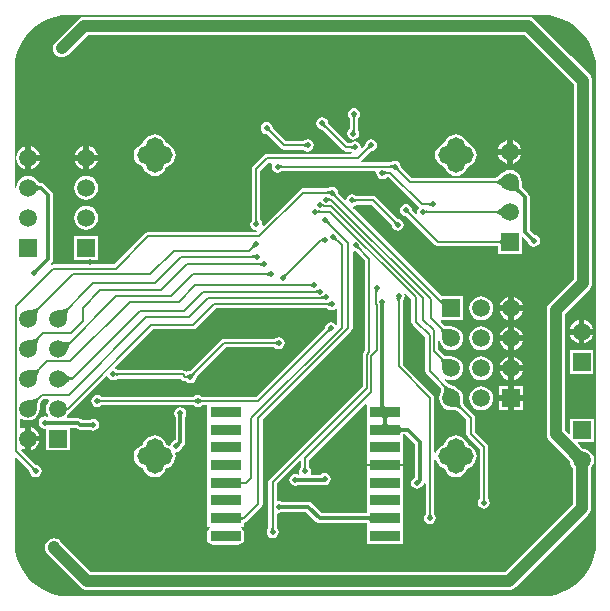
<source format=gbl>
G04*
G04 #@! TF.GenerationSoftware,Altium Limited,Altium Designer,18.1.1 (9)*
G04*
G04 Layer_Physical_Order=2*
G04 Layer_Color=16711680*
%FSLAX23Y23*%
%MOIN*%
G70*
G01*
G75*
%ADD10C,0.008*%
%ADD77C,0.012*%
%ADD79C,0.039*%
%ADD80R,0.059X0.059*%
%ADD81C,0.059*%
%ADD82O,0.118X0.059*%
%ADD83O,0.059X0.118*%
%ADD84C,0.020*%
%ADD85C,0.024*%
%ADD86R,0.102X0.035*%
G04:AMPARAMS|DCode=87|XSize=102mil|YSize=35mil|CornerRadius=9mil|HoleSize=0mil|Usage=FLASHONLY|Rotation=180.000|XOffset=0mil|YOffset=0mil|HoleType=Round|Shape=RoundedRectangle|*
%AMROUNDEDRECTD87*
21,1,0.102,0.018,0,0,180.0*
21,1,0.085,0.035,0,0,180.0*
1,1,0.018,-0.042,0.009*
1,1,0.018,0.042,0.009*
1,1,0.018,0.042,-0.009*
1,1,0.018,-0.042,-0.009*
%
%ADD87ROUNDEDRECTD87*%
G36*
X1050Y1591D02*
X1050Y1590D01*
X1050Y1589D01*
X1051Y1588D01*
X1051Y1587D01*
X1051Y1587D01*
X1052Y1586D01*
X1052Y1585D01*
X1053Y1584D01*
X1054Y1584D01*
X1048Y1578D01*
X1047Y1579D01*
X1047Y1579D01*
X1046Y1580D01*
X1045Y1580D01*
X1044Y1581D01*
X1044Y1581D01*
X1043Y1581D01*
X1042Y1582D01*
X1041Y1582D01*
X1040Y1582D01*
X1050Y1591D01*
X1050Y1591D01*
D02*
G37*
G36*
X1204Y1510D02*
X1203Y1510D01*
X1202Y1510D01*
X1201Y1510D01*
X1200Y1509D01*
X1200Y1509D01*
X1199Y1509D01*
X1198Y1508D01*
X1197Y1508D01*
X1197Y1507D01*
X1196Y1506D01*
X1190Y1512D01*
X1191Y1513D01*
X1192Y1513D01*
X1192Y1514D01*
X1193Y1515D01*
X1193Y1516D01*
X1193Y1516D01*
X1194Y1517D01*
X1194Y1518D01*
X1194Y1519D01*
X1194Y1520D01*
X1204Y1510D01*
D02*
G37*
G36*
X1143Y1505D02*
X1142Y1505D01*
X1141Y1506D01*
X1141Y1506D01*
X1140Y1507D01*
X1139Y1507D01*
X1138Y1507D01*
X1137Y1508D01*
X1137Y1508D01*
X1136Y1508D01*
X1135Y1508D01*
Y1516D01*
X1136Y1516D01*
X1137Y1516D01*
X1137Y1516D01*
X1138Y1516D01*
X1139Y1516D01*
X1140Y1517D01*
X1141Y1517D01*
X1141Y1518D01*
X1142Y1518D01*
X1143Y1519D01*
Y1505D01*
D02*
G37*
G36*
X197Y1953D02*
X1772D01*
X1772Y1953D01*
Y1953D01*
X1777Y1953D01*
X1795Y1952D01*
X1819Y1947D01*
X1841Y1940D01*
X1863Y1929D01*
X1882Y1916D01*
X1900Y1900D01*
X1916Y1882D01*
X1929Y1863D01*
X1940Y1841D01*
X1947Y1819D01*
X1952Y1795D01*
X1953Y1777D01*
X1953Y1772D01*
X1953Y1772D01*
X1953Y1767D01*
X1953Y197D01*
X1953Y197D01*
X1953D01*
X1953Y192D01*
X1952Y173D01*
X1947Y150D01*
X1940Y127D01*
X1929Y106D01*
X1916Y86D01*
X1900Y68D01*
X1882Y53D01*
X1863Y39D01*
X1841Y29D01*
X1819Y21D01*
X1795Y17D01*
X1772Y15D01*
X1772Y15D01*
X197Y15D01*
X196Y15D01*
X173Y17D01*
X150Y21D01*
X127Y29D01*
X106Y39D01*
X86Y53D01*
X68Y68D01*
X53Y86D01*
X39Y106D01*
X29Y127D01*
X21Y150D01*
X17Y173D01*
X15Y196D01*
X15Y197D01*
Y477D01*
X20Y479D01*
X65Y434D01*
X64Y433D01*
X66Y425D01*
X70Y419D01*
X77Y414D01*
X85Y413D01*
X92Y414D01*
X99Y419D01*
X103Y425D01*
X105Y433D01*
X103Y441D01*
X99Y447D01*
X92Y452D01*
X87Y453D01*
X86Y453D01*
X86Y453D01*
X86Y453D01*
X86Y453D01*
X86Y453D01*
X86Y453D01*
X86Y453D01*
X37Y502D01*
X37Y503D01*
X37Y503D01*
X43Y506D01*
X50Y503D01*
X50Y503D01*
Y541D01*
Y580D01*
X50Y580D01*
X40Y576D01*
X38Y575D01*
X34Y577D01*
Y606D01*
X38Y608D01*
X40Y607D01*
X50Y603D01*
X60Y602D01*
X70Y603D01*
X80Y607D01*
X88Y613D01*
X94Y622D01*
X98Y631D01*
X100Y641D01*
X100Y643D01*
X100Y646D01*
X100Y653D01*
X100Y656D01*
X101Y659D01*
X101Y661D01*
X102Y663D01*
X102Y664D01*
X103Y664D01*
X111Y673D01*
X128D01*
X130Y668D01*
X125Y661D01*
X121Y652D01*
X120Y641D01*
X121Y631D01*
X125Y622D01*
X128Y619D01*
X126Y613D01*
X124Y612D01*
X123Y613D01*
X115Y615D01*
X107Y613D01*
X101Y609D01*
X96Y602D01*
X95Y594D01*
X96Y587D01*
X101Y580D01*
X107Y576D01*
X115Y574D01*
X116Y575D01*
X120Y571D01*
Y502D01*
X199D01*
Y577D01*
X222D01*
X223Y576D01*
X228Y573D01*
X234Y571D01*
X265D01*
X269Y569D01*
X277Y567D01*
X284Y569D01*
X291Y573D01*
X295Y580D01*
X297Y588D01*
X295Y595D01*
X291Y602D01*
X284Y606D01*
X277Y608D01*
X269Y606D01*
X265Y604D01*
X265Y604D01*
X241D01*
X240Y605D01*
X235Y608D01*
X228Y610D01*
X191D01*
X189Y615D01*
X194Y622D01*
X197Y628D01*
X198Y628D01*
X203Y631D01*
X321Y750D01*
X326Y748D01*
X326Y747D01*
X330Y741D01*
X337Y736D01*
X344Y735D01*
X352Y736D01*
X359Y741D01*
X359Y741D01*
X569D01*
X573Y737D01*
X577Y734D01*
X583Y733D01*
X587D01*
X587Y733D01*
X594Y728D01*
X601Y727D01*
X609Y728D01*
X616Y733D01*
X620Y739D01*
X622Y747D01*
X622Y747D01*
X719Y845D01*
X881D01*
X881Y845D01*
X888Y841D01*
X896Y839D01*
X903Y841D01*
X910Y845D01*
X914Y852D01*
X916Y859D01*
X914Y867D01*
X910Y874D01*
X903Y878D01*
X896Y879D01*
X888Y878D01*
X881Y874D01*
X881Y873D01*
X714D01*
X708Y872D01*
X704Y869D01*
X601Y767D01*
X601Y767D01*
X594Y766D01*
X588Y762D01*
X585Y765D01*
X580Y768D01*
X575Y769D01*
X359D01*
X359Y769D01*
X352Y774D01*
X351Y774D01*
X350Y779D01*
X476Y905D01*
X610D01*
X616Y906D01*
X620Y909D01*
X686Y975D01*
X1057D01*
X1058Y975D01*
X1064Y970D01*
X1072Y969D01*
X1080Y970D01*
X1086Y975D01*
X1091Y973D01*
Y923D01*
X1086Y921D01*
X1084Y924D01*
X1078Y928D01*
X1070Y930D01*
X1062Y928D01*
X1056Y924D01*
X1051Y917D01*
X1050Y910D01*
X1050Y910D01*
X821Y681D01*
X640D01*
X640Y681D01*
X634Y685D01*
X626Y687D01*
X618Y685D01*
X612Y681D01*
X612Y681D01*
X305D01*
X305Y681D01*
X298Y685D01*
X290Y687D01*
X283Y685D01*
X276Y681D01*
X272Y674D01*
X270Y666D01*
X272Y659D01*
X276Y652D01*
X283Y648D01*
X290Y646D01*
X298Y648D01*
X305Y652D01*
X305Y652D01*
X612D01*
X612Y652D01*
X618Y648D01*
X626Y646D01*
X634Y648D01*
X640Y652D01*
X640Y652D01*
X657D01*
Y604D01*
X657Y602D01*
Y599D01*
X657Y597D01*
Y545D01*
X657Y543D01*
Y540D01*
X657Y538D01*
Y485D01*
X657Y484D01*
Y480D01*
X657Y479D01*
Y426D01*
X657Y425D01*
Y421D01*
X657Y420D01*
Y367D01*
X657Y366D01*
Y362D01*
X657Y361D01*
Y308D01*
X657Y307D01*
Y303D01*
X657Y302D01*
Y248D01*
X665D01*
X666Y247D01*
X664Y240D01*
X663Y239D01*
X658Y233D01*
X657Y225D01*
Y208D01*
X658Y200D01*
X663Y194D01*
X669Y190D01*
X676Y188D01*
X761D01*
X768Y190D01*
X774Y194D01*
X779Y200D01*
X780Y208D01*
Y225D01*
X779Y233D01*
X774Y239D01*
X773Y240D01*
X771Y247D01*
X772Y248D01*
X780D01*
Y261D01*
X785Y262D01*
X790Y266D01*
X838Y314D01*
X841Y318D01*
X842Y324D01*
Y605D01*
X1138Y901D01*
X1141Y906D01*
X1142Y911D01*
Y1162D01*
X1147Y1166D01*
X1152Y1165D01*
X1152Y1165D01*
X1184Y1133D01*
Y835D01*
X1179Y831D01*
X1176Y826D01*
X1175Y821D01*
Y717D01*
X865Y407D01*
X862Y403D01*
X861Y397D01*
Y244D01*
X861Y244D01*
X856Y237D01*
X855Y229D01*
X856Y222D01*
X861Y215D01*
X867Y211D01*
X875Y209D01*
X883Y211D01*
X889Y215D01*
X894Y222D01*
X895Y229D01*
X894Y237D01*
X889Y244D01*
X889Y244D01*
Y291D01*
X893Y294D01*
X897Y294D01*
X904Y295D01*
X908Y298D01*
X908Y298D01*
X987D01*
X1021Y264D01*
X1026Y261D01*
X1032Y259D01*
X1189D01*
Y249D01*
X1189Y248D01*
Y244D01*
X1189Y243D01*
Y189D01*
X1311D01*
Y243D01*
X1311Y244D01*
Y248D01*
X1311Y249D01*
Y302D01*
X1311Y303D01*
Y307D01*
X1311Y308D01*
Y361D01*
X1311Y362D01*
Y366D01*
X1311Y367D01*
Y420D01*
X1311Y421D01*
Y425D01*
X1311Y426D01*
Y449D01*
X1250D01*
X1189D01*
Y426D01*
X1189Y425D01*
Y421D01*
X1189Y420D01*
Y367D01*
X1189Y366D01*
Y362D01*
X1189Y361D01*
Y308D01*
X1189Y307D01*
Y303D01*
X1189Y302D01*
Y292D01*
X1039D01*
X1006Y325D01*
X1000Y329D01*
X994Y330D01*
X908D01*
X904Y333D01*
X897Y334D01*
X893Y333D01*
X889Y337D01*
Y391D01*
X964Y467D01*
X969Y465D01*
Y446D01*
X969Y446D01*
X965Y440D01*
X963Y432D01*
X964Y425D01*
X964Y424D01*
X960Y421D01*
X959Y422D01*
X951Y424D01*
X943Y422D01*
X936Y418D01*
X932Y411D01*
X931Y404D01*
X932Y396D01*
X936Y389D01*
X943Y385D01*
X951Y383D01*
X959Y385D01*
X962Y387D01*
X962Y387D01*
X1044D01*
X1049Y386D01*
X1057Y388D01*
X1064Y392D01*
X1068Y399D01*
X1069Y406D01*
X1068Y414D01*
X1064Y421D01*
X1057Y425D01*
X1049Y427D01*
X1041Y425D01*
X1035Y421D01*
X1034Y420D01*
X1004D01*
X1002Y424D01*
X1002Y425D01*
X1003Y432D01*
X1002Y440D01*
X998Y446D01*
X997Y446D01*
Y469D01*
X1184Y656D01*
X1189Y653D01*
Y602D01*
X1189D01*
Y599D01*
X1189D01*
Y545D01*
X1189Y543D01*
Y540D01*
X1189Y538D01*
Y485D01*
X1189Y484D01*
Y480D01*
X1189Y479D01*
Y457D01*
X1250D01*
X1311D01*
Y479D01*
X1311Y480D01*
Y484D01*
X1311Y485D01*
Y538D01*
X1311Y540D01*
Y543D01*
X1311Y545D01*
Y555D01*
X1318D01*
X1351Y522D01*
Y413D01*
X1349Y412D01*
X1342Y408D01*
X1338Y401D01*
X1336Y394D01*
X1338Y386D01*
X1342Y379D01*
X1349Y375D01*
X1356Y373D01*
X1364Y375D01*
X1371Y379D01*
X1375Y386D01*
X1375Y387D01*
X1379Y390D01*
X1380Y393D01*
X1385Y391D01*
Y291D01*
X1385Y291D01*
X1381Y284D01*
X1379Y277D01*
X1381Y269D01*
X1385Y262D01*
X1392Y258D01*
X1400Y256D01*
X1407Y258D01*
X1414Y262D01*
X1418Y269D01*
X1420Y277D01*
X1418Y284D01*
X1414Y291D01*
X1414Y291D01*
Y469D01*
X1419Y470D01*
X1422Y462D01*
X1429Y454D01*
X1437Y448D01*
X1446Y444D01*
X1448Y444D01*
X1448Y442D01*
X1452Y433D01*
X1458Y425D01*
X1466Y418D01*
X1476Y414D01*
X1486Y413D01*
X1497Y414D01*
X1506Y418D01*
X1514Y425D01*
X1521Y433D01*
X1525Y442D01*
X1525Y444D01*
X1526Y444D01*
X1536Y448D01*
X1544Y454D01*
X1550Y462D01*
X1554Y472D01*
X1556Y482D01*
X1554Y493D01*
X1550Y502D01*
X1544Y510D01*
X1536Y517D01*
X1526Y521D01*
X1525Y521D01*
X1525Y522D01*
X1521Y532D01*
X1514Y540D01*
X1506Y546D01*
X1497Y550D01*
X1486Y552D01*
X1476Y550D01*
X1466Y546D01*
X1458Y540D01*
X1452Y532D01*
X1448Y522D01*
X1448Y521D01*
X1446Y521D01*
X1437Y517D01*
X1429Y510D01*
X1422Y502D01*
X1419Y494D01*
X1414Y495D01*
Y678D01*
X1413Y684D01*
X1410Y688D01*
X1309Y788D01*
Y1001D01*
X1310Y1001D01*
X1314Y1008D01*
X1316Y1016D01*
X1314Y1023D01*
X1314Y1024D01*
X1318Y1026D01*
X1338Y1006D01*
Y931D01*
X1339Y926D01*
X1342Y921D01*
X1384Y879D01*
Y766D01*
X1385Y760D01*
X1389Y756D01*
X1437Y707D01*
X1437Y707D01*
X1438Y706D01*
X1438Y706D01*
X1438Y705D01*
X1438Y704D01*
X1438Y703D01*
X1438Y701D01*
X1437Y699D01*
X1436Y696D01*
X1436Y696D01*
X1436Y696D01*
X1435Y695D01*
X1435Y693D01*
X1434Y693D01*
X1432Y686D01*
X1430Y676D01*
X1432Y665D01*
X1436Y656D01*
X1442Y647D01*
X1450Y641D01*
X1460Y637D01*
X1470Y636D01*
X1471Y636D01*
X1475Y636D01*
X1482Y635D01*
X1485Y635D01*
X1488Y635D01*
X1490Y634D01*
X1491Y634D01*
X1492Y633D01*
X1493Y633D01*
X1521Y604D01*
Y558D01*
X1522Y553D01*
X1525Y548D01*
X1566Y508D01*
Y342D01*
X1565Y342D01*
X1561Y335D01*
X1559Y328D01*
X1561Y320D01*
X1565Y313D01*
X1572Y309D01*
X1580Y308D01*
X1587Y309D01*
X1594Y313D01*
X1598Y320D01*
X1600Y328D01*
X1598Y335D01*
X1594Y342D01*
X1594Y342D01*
Y514D01*
X1593Y519D01*
X1590Y524D01*
X1550Y564D01*
Y610D01*
X1549Y616D01*
X1545Y620D01*
X1513Y653D01*
X1513Y653D01*
X1512Y655D01*
X1512Y656D01*
X1511Y658D01*
X1511Y661D01*
X1510Y664D01*
X1510Y671D01*
X1510Y675D01*
X1510Y676D01*
X1509Y686D01*
X1505Y696D01*
X1498Y704D01*
X1490Y710D01*
X1487Y711D01*
X1487Y712D01*
X1487Y712D01*
X1487Y712D01*
X1463Y723D01*
X1460Y725D01*
X1460Y725D01*
X1447Y737D01*
X1450Y741D01*
X1460Y737D01*
X1470Y736D01*
X1480Y737D01*
X1490Y741D01*
X1498Y747D01*
X1505Y756D01*
X1509Y765D01*
X1510Y776D01*
X1509Y786D01*
X1505Y796D01*
X1498Y804D01*
X1490Y810D01*
X1480Y814D01*
X1470Y816D01*
X1469Y815D01*
X1466Y815D01*
X1458Y816D01*
X1455Y816D01*
X1453Y817D01*
X1451Y817D01*
X1449Y818D01*
X1448Y818D01*
X1447Y819D01*
X1427Y839D01*
Y865D01*
X1432Y865D01*
X1432Y865D01*
X1436Y856D01*
X1442Y847D01*
X1450Y841D01*
X1460Y837D01*
X1470Y836D01*
X1480Y837D01*
X1490Y841D01*
X1498Y847D01*
X1505Y856D01*
X1509Y865D01*
X1510Y876D01*
X1509Y886D01*
X1505Y896D01*
X1498Y904D01*
X1490Y910D01*
X1480Y914D01*
X1470Y916D01*
X1469Y915D01*
X1466Y915D01*
X1458Y916D01*
X1455Y916D01*
X1453Y917D01*
X1451Y917D01*
X1449Y918D01*
X1448Y918D01*
X1447Y919D01*
X1435Y931D01*
X1437Y936D01*
X1510D01*
Y1015D01*
X1439D01*
X1143Y1311D01*
X1145Y1316D01*
X1148Y1317D01*
X1155Y1321D01*
X1155Y1321D01*
X1205D01*
X1272Y1254D01*
X1272Y1254D01*
X1274Y1246D01*
X1278Y1240D01*
X1285Y1235D01*
X1292Y1234D01*
X1300Y1235D01*
X1307Y1240D01*
X1311Y1246D01*
X1313Y1254D01*
X1311Y1262D01*
X1307Y1268D01*
X1300Y1273D01*
X1292Y1274D01*
X1292Y1274D01*
X1221Y1346D01*
X1216Y1349D01*
X1211Y1350D01*
X1155D01*
X1155Y1350D01*
X1148Y1354D01*
X1141Y1356D01*
X1133Y1354D01*
X1126Y1350D01*
X1122Y1343D01*
X1121Y1340D01*
X1116Y1338D01*
X1093Y1361D01*
X1093Y1361D01*
X1092Y1369D01*
X1087Y1376D01*
X1081Y1380D01*
X1073Y1381D01*
X1065Y1380D01*
X1059Y1376D01*
X1058Y1375D01*
X975D01*
X970Y1374D01*
X965Y1371D01*
X845Y1251D01*
X841Y1254D01*
X841Y1256D01*
X840Y1264D01*
X835Y1270D01*
X834Y1271D01*
Y1434D01*
X861Y1461D01*
X871D01*
X874Y1457D01*
X873Y1456D01*
X872Y1448D01*
X873Y1440D01*
X877Y1434D01*
X884Y1429D01*
X892Y1428D01*
X899Y1429D01*
X906Y1434D01*
X906Y1434D01*
X1218D01*
X1221Y1430D01*
X1221Y1427D01*
X1222Y1419D01*
X1227Y1413D01*
X1233Y1408D01*
X1241Y1407D01*
X1249Y1408D01*
X1255Y1413D01*
X1256Y1413D01*
X1262D01*
X1363Y1312D01*
X1363Y1311D01*
X1359Y1305D01*
X1358Y1297D01*
X1359Y1293D01*
X1354Y1290D01*
X1340Y1304D01*
X1340Y1304D01*
X1340Y1304D01*
X1340Y1304D01*
X1340Y1304D01*
X1340Y1304D01*
X1340Y1305D01*
X1340Y1305D01*
X1339Y1311D01*
X1334Y1317D01*
X1328Y1322D01*
X1320Y1323D01*
X1312Y1322D01*
X1306Y1317D01*
X1301Y1311D01*
X1300Y1303D01*
X1301Y1295D01*
X1306Y1289D01*
X1312Y1284D01*
X1320Y1283D01*
X1321Y1283D01*
X1417Y1187D01*
X1422Y1184D01*
X1427Y1183D01*
X1626D01*
Y1157D01*
X1705D01*
Y1213D01*
X1710Y1214D01*
X1727Y1197D01*
X1727Y1193D01*
X1732Y1186D01*
X1738Y1182D01*
X1746Y1181D01*
X1754Y1182D01*
X1760Y1186D01*
X1765Y1193D01*
X1766Y1201D01*
X1765Y1209D01*
X1760Y1215D01*
X1754Y1219D01*
X1749Y1220D01*
X1749Y1220D01*
X1732Y1238D01*
Y1347D01*
X1731Y1353D01*
X1727Y1358D01*
X1709Y1376D01*
X1708Y1377D01*
X1708Y1378D01*
X1707Y1380D01*
X1707Y1382D01*
X1706Y1384D01*
X1706Y1387D01*
X1705Y1393D01*
X1705Y1396D01*
X1705Y1397D01*
X1704Y1407D01*
X1700Y1417D01*
X1694Y1425D01*
X1685Y1431D01*
X1676Y1435D01*
X1665Y1437D01*
X1655Y1435D01*
X1645Y1431D01*
X1637Y1425D01*
X1636Y1424D01*
X1634Y1422D01*
X1629Y1417D01*
X1626Y1415D01*
X1624Y1414D01*
X1622Y1412D01*
X1621Y1412D01*
X1619Y1411D01*
X1619Y1411D01*
X1339D01*
X1303Y1448D01*
X1303Y1448D01*
X1301Y1456D01*
X1297Y1462D01*
X1290Y1467D01*
X1282Y1468D01*
X1275Y1467D01*
X1268Y1462D01*
X1268Y1462D01*
X1173D01*
X1171Y1467D01*
X1204Y1499D01*
X1204Y1499D01*
X1211Y1501D01*
X1218Y1505D01*
X1222Y1512D01*
X1224Y1520D01*
X1222Y1527D01*
X1218Y1534D01*
X1211Y1538D01*
X1204Y1540D01*
X1196Y1538D01*
X1189Y1534D01*
X1185Y1527D01*
X1184Y1520D01*
X1184Y1520D01*
X1174Y1510D01*
X1170Y1513D01*
X1168Y1520D01*
X1164Y1526D01*
X1157Y1531D01*
X1150Y1532D01*
X1142Y1531D01*
X1135Y1526D01*
X1135Y1526D01*
X1126D01*
X1061Y1591D01*
X1061Y1592D01*
X1059Y1599D01*
X1055Y1606D01*
X1048Y1610D01*
X1040Y1612D01*
X1033Y1610D01*
X1026Y1606D01*
X1022Y1599D01*
X1020Y1592D01*
X1022Y1584D01*
X1026Y1577D01*
X1033Y1573D01*
X1040Y1571D01*
X1040Y1571D01*
X1110Y1502D01*
X1115Y1499D01*
X1120Y1498D01*
X1135D01*
X1135Y1498D01*
X1140Y1495D01*
X1138Y1490D01*
X855D01*
X850Y1489D01*
X845Y1485D01*
X810Y1450D01*
X807Y1445D01*
X806Y1440D01*
Y1269D01*
X806Y1269D01*
X806Y1269D01*
X806Y1269D01*
X806Y1269D01*
X806Y1269D01*
X806Y1269D01*
X805Y1269D01*
X805Y1268D01*
X805Y1268D01*
X802Y1264D01*
X801Y1256D01*
X802Y1248D01*
X807Y1242D01*
X813Y1237D01*
X821Y1236D01*
X823Y1231D01*
X822Y1229D01*
X460D01*
X454Y1228D01*
X450Y1225D01*
X347Y1122D01*
X144D01*
X139Y1121D01*
X138Y1122D01*
X137Y1127D01*
X138Y1128D01*
X142Y1134D01*
X143Y1140D01*
Y1352D01*
X142Y1359D01*
X138Y1364D01*
X114Y1389D01*
X108Y1392D01*
X102Y1393D01*
X100D01*
X100Y1393D01*
X99Y1394D01*
X98Y1394D01*
X97Y1394D01*
X97Y1395D01*
X96Y1395D01*
X96Y1396D01*
X95Y1396D01*
X95Y1396D01*
X95Y1397D01*
X88Y1405D01*
X80Y1412D01*
X70Y1416D01*
X60Y1417D01*
X50Y1416D01*
X40Y1412D01*
X32Y1405D01*
X26Y1397D01*
X22Y1387D01*
X20Y1378D01*
X15Y1378D01*
Y1476D01*
X20Y1476D01*
X21Y1473D01*
X22Y1467D01*
X26Y1457D01*
X32Y1449D01*
X40Y1443D01*
X50Y1439D01*
X50Y1439D01*
Y1477D01*
Y1516D01*
X50Y1516D01*
X40Y1512D01*
X32Y1505D01*
X26Y1497D01*
X22Y1487D01*
X21Y1481D01*
X20Y1478D01*
X15Y1478D01*
Y1772D01*
X15Y1772D01*
X17Y1796D01*
X21Y1819D01*
X29Y1842D01*
X40Y1863D01*
X53Y1883D01*
X68Y1901D01*
X86Y1917D01*
X106Y1930D01*
X128Y1941D01*
X150Y1948D01*
X174Y1953D01*
X193Y1954D01*
X197Y1953D01*
D02*
G37*
G36*
X1275Y1441D02*
X1275Y1442D01*
X1274Y1442D01*
X1274Y1442D01*
X1273Y1443D01*
X1272Y1443D01*
X1271Y1443D01*
X1270Y1444D01*
X1269Y1444D01*
X1269Y1444D01*
X1268Y1444D01*
Y1452D01*
X1269Y1452D01*
X1269Y1452D01*
X1270Y1452D01*
X1271Y1452D01*
X1272Y1453D01*
X1273Y1453D01*
X1274Y1453D01*
X1274Y1454D01*
X1275Y1454D01*
X1275Y1455D01*
Y1441D01*
D02*
G37*
G36*
X899Y1454D02*
X900Y1454D01*
X901Y1453D01*
X901Y1453D01*
X902Y1453D01*
X903Y1452D01*
X904Y1452D01*
X905Y1452D01*
X906Y1452D01*
X907Y1452D01*
Y1444D01*
X906Y1444D01*
X905Y1444D01*
X904Y1444D01*
X903Y1443D01*
X902Y1443D01*
X901Y1443D01*
X901Y1442D01*
X900Y1442D01*
X899Y1442D01*
X899Y1441D01*
Y1455D01*
X899Y1454D01*
D02*
G37*
G36*
X1292Y1447D02*
X1292Y1446D01*
X1293Y1445D01*
X1293Y1445D01*
X1293Y1444D01*
X1294Y1443D01*
X1294Y1442D01*
X1295Y1442D01*
X1295Y1441D01*
X1296Y1440D01*
X1290Y1434D01*
X1290Y1435D01*
X1289Y1436D01*
X1288Y1436D01*
X1287Y1437D01*
X1287Y1437D01*
X1286Y1437D01*
X1285Y1438D01*
X1284Y1438D01*
X1283Y1438D01*
X1283Y1438D01*
X1292Y1448D01*
X1292Y1447D01*
D02*
G37*
G36*
X1249Y1433D02*
X1249Y1433D01*
X1250Y1433D01*
X1251Y1432D01*
X1252Y1432D01*
X1252Y1432D01*
X1253Y1431D01*
X1254Y1431D01*
X1255Y1431D01*
X1256Y1431D01*
Y1423D01*
X1255Y1423D01*
X1254Y1423D01*
X1253Y1423D01*
X1252Y1423D01*
X1252Y1422D01*
X1251Y1422D01*
X1250Y1422D01*
X1249Y1421D01*
X1249Y1421D01*
X1248Y1420D01*
Y1434D01*
X1249Y1433D01*
D02*
G37*
G36*
X1661Y1393D02*
X1661Y1393D01*
X1661Y1393D01*
X1659Y1393D01*
X1649Y1393D01*
Y1401D01*
X1661Y1401D01*
Y1393D01*
D02*
G37*
G36*
X1644Y1376D02*
X1641Y1379D01*
X1635Y1385D01*
X1632Y1387D01*
X1630Y1389D01*
X1627Y1390D01*
X1625Y1391D01*
X1622Y1392D01*
X1620Y1393D01*
X1618Y1393D01*
X1618Y1401D01*
X1620Y1401D01*
X1622Y1401D01*
X1625Y1402D01*
X1627Y1403D01*
X1630Y1405D01*
X1632Y1407D01*
X1635Y1409D01*
X1641Y1414D01*
X1644Y1418D01*
X1644Y1376D01*
D02*
G37*
G36*
X87Y1390D02*
X88Y1389D01*
X89Y1387D01*
X91Y1386D01*
X92Y1385D01*
X94Y1384D01*
X96Y1384D01*
X98Y1383D01*
X100Y1383D01*
X102Y1383D01*
Y1371D01*
X100Y1371D01*
X98Y1371D01*
X96Y1370D01*
X94Y1370D01*
X92Y1369D01*
X91Y1368D01*
X89Y1367D01*
X88Y1366D01*
X87Y1364D01*
X86Y1362D01*
X86Y1392D01*
X87Y1390D01*
D02*
G37*
G36*
X1695Y1393D02*
X1695Y1385D01*
X1696Y1382D01*
X1697Y1379D01*
X1698Y1376D01*
X1699Y1374D01*
X1700Y1372D01*
X1701Y1370D01*
X1703Y1368D01*
X1694Y1360D01*
X1692Y1361D01*
X1691Y1363D01*
X1688Y1364D01*
X1686Y1365D01*
X1683Y1366D01*
X1680Y1366D01*
X1677Y1367D01*
X1673Y1367D01*
X1666Y1367D01*
X1695Y1397D01*
X1695Y1393D01*
D02*
G37*
G36*
X1066Y1354D02*
X1065Y1355D01*
X1065Y1355D01*
X1064Y1356D01*
X1063Y1356D01*
X1062Y1357D01*
X1062Y1357D01*
X1061Y1357D01*
X1060Y1357D01*
X1059Y1357D01*
X1058Y1357D01*
Y1365D01*
X1059Y1365D01*
X1060Y1365D01*
X1061Y1365D01*
X1062Y1366D01*
X1062Y1366D01*
X1063Y1366D01*
X1064Y1367D01*
X1065Y1367D01*
X1065Y1368D01*
X1066Y1368D01*
Y1354D01*
D02*
G37*
G36*
X1083Y1360D02*
X1083Y1359D01*
X1083Y1359D01*
X1083Y1358D01*
X1084Y1357D01*
X1084Y1356D01*
X1084Y1356D01*
X1085Y1355D01*
X1086Y1354D01*
X1086Y1353D01*
X1081Y1348D01*
X1080Y1349D01*
X1079Y1349D01*
X1078Y1350D01*
X1078Y1350D01*
X1077Y1351D01*
X1076Y1351D01*
X1075Y1351D01*
X1075Y1351D01*
X1074Y1351D01*
X1073Y1351D01*
X1083Y1361D01*
X1083Y1360D01*
D02*
G37*
G36*
X1061Y1344D02*
X1061Y1343D01*
X1062Y1343D01*
X1063Y1343D01*
X1064Y1342D01*
X1064Y1342D01*
X1065Y1342D01*
X1066Y1342D01*
X1067Y1342D01*
X1068Y1342D01*
Y1334D01*
X1067Y1334D01*
X1066Y1334D01*
X1065Y1333D01*
X1064Y1333D01*
X1064Y1333D01*
X1063Y1333D01*
X1062Y1332D01*
X1061Y1332D01*
X1061Y1331D01*
X1060Y1331D01*
Y1344D01*
X1061Y1344D01*
D02*
G37*
G36*
X1148Y1342D02*
X1149Y1341D01*
X1150Y1341D01*
X1150Y1341D01*
X1151Y1340D01*
X1152Y1340D01*
X1153Y1340D01*
X1154Y1340D01*
X1155Y1340D01*
X1156Y1340D01*
Y1332D01*
X1155Y1332D01*
X1154Y1332D01*
X1153Y1331D01*
X1152Y1331D01*
X1151Y1331D01*
X1150Y1331D01*
X1150Y1330D01*
X1149Y1330D01*
X1148Y1329D01*
X1148Y1329D01*
Y1343D01*
X1148Y1342D01*
D02*
G37*
G36*
X1404Y1315D02*
X1404Y1316D01*
X1403Y1316D01*
X1402Y1316D01*
X1402Y1317D01*
X1401Y1317D01*
X1400Y1317D01*
X1399Y1318D01*
X1398Y1318D01*
X1397Y1318D01*
X1396Y1318D01*
Y1326D01*
X1397Y1326D01*
X1398Y1326D01*
X1399Y1326D01*
X1400Y1326D01*
X1401Y1327D01*
X1402Y1327D01*
X1402Y1327D01*
X1403Y1328D01*
X1404Y1328D01*
X1404Y1329D01*
Y1315D01*
D02*
G37*
G36*
X1025Y1305D02*
X1026Y1304D01*
X1027Y1304D01*
X1027Y1303D01*
X1028Y1303D01*
X1029Y1303D01*
X1030Y1302D01*
X1031Y1302D01*
X1032Y1302D01*
X1033Y1302D01*
Y1294D01*
X1032Y1294D01*
X1031Y1294D01*
X1030Y1294D01*
X1029Y1294D01*
X1028Y1294D01*
X1027Y1293D01*
X1027Y1293D01*
X1026Y1292D01*
X1025Y1292D01*
X1025Y1291D01*
Y1305D01*
X1025Y1305D01*
D02*
G37*
G36*
X1330Y1303D02*
X1330Y1302D01*
X1330Y1301D01*
X1330Y1301D01*
X1331Y1300D01*
X1331Y1299D01*
X1332Y1298D01*
X1332Y1298D01*
X1333Y1297D01*
X1333Y1296D01*
X1328Y1290D01*
X1328Y1291D01*
X1327Y1291D01*
X1326Y1292D01*
X1325Y1292D01*
X1325Y1293D01*
X1324Y1293D01*
X1323Y1293D01*
X1322Y1293D01*
X1321Y1293D01*
X1321Y1293D01*
X1330Y1304D01*
X1330Y1303D01*
D02*
G37*
G36*
X1386Y1303D02*
X1386Y1303D01*
X1387Y1302D01*
X1388Y1302D01*
X1389Y1302D01*
X1389Y1301D01*
X1390Y1301D01*
X1391Y1301D01*
X1392Y1301D01*
X1393Y1301D01*
X1393Y1293D01*
X1392Y1293D01*
X1391Y1293D01*
X1390Y1293D01*
X1389Y1292D01*
X1388Y1292D01*
X1387Y1292D01*
X1387Y1292D01*
X1386Y1291D01*
X1385Y1291D01*
X1385Y1290D01*
X1385Y1304D01*
X1386Y1303D01*
D02*
G37*
G36*
X1644Y1276D02*
X1641Y1279D01*
X1635Y1285D01*
X1632Y1287D01*
X1630Y1289D01*
X1627Y1290D01*
X1625Y1291D01*
X1622Y1292D01*
X1620Y1293D01*
X1618Y1293D01*
X1618Y1301D01*
X1620Y1301D01*
X1622Y1301D01*
X1625Y1302D01*
X1627Y1303D01*
X1630Y1305D01*
X1632Y1307D01*
X1635Y1309D01*
X1641Y1314D01*
X1644Y1318D01*
X1644Y1276D01*
D02*
G37*
G36*
X824Y1270D02*
X824Y1269D01*
X824Y1268D01*
X824Y1268D01*
X825Y1267D01*
X825Y1266D01*
X825Y1265D01*
X826Y1265D01*
X826Y1264D01*
X827Y1264D01*
X813Y1262D01*
X814Y1263D01*
X814Y1264D01*
X815Y1264D01*
X815Y1265D01*
X815Y1266D01*
X816Y1267D01*
X816Y1268D01*
X816Y1268D01*
X816Y1269D01*
X816Y1270D01*
X824Y1271D01*
X824Y1270D01*
D02*
G37*
G36*
X1061Y1269D02*
X1061Y1268D01*
X1061Y1267D01*
X1062Y1266D01*
X1062Y1266D01*
X1062Y1265D01*
X1063Y1264D01*
X1063Y1263D01*
X1064Y1263D01*
X1065Y1262D01*
X1059Y1256D01*
X1058Y1257D01*
X1057Y1258D01*
X1057Y1258D01*
X1056Y1259D01*
X1055Y1259D01*
X1054Y1259D01*
X1054Y1260D01*
X1053Y1260D01*
X1052Y1260D01*
X1051Y1260D01*
X1061Y1270D01*
X1061Y1269D01*
D02*
G37*
G36*
X1285Y1267D02*
X1286Y1266D01*
X1287Y1265D01*
X1287Y1265D01*
X1288Y1265D01*
X1289Y1264D01*
X1290Y1264D01*
X1291Y1264D01*
X1291Y1264D01*
X1292Y1264D01*
X1282Y1254D01*
X1282Y1255D01*
X1282Y1256D01*
X1282Y1256D01*
X1282Y1257D01*
X1282Y1258D01*
X1281Y1259D01*
X1281Y1260D01*
X1280Y1260D01*
X1280Y1261D01*
X1279Y1262D01*
X1285Y1267D01*
X1285Y1267D01*
D02*
G37*
G36*
X1741Y1214D02*
X1744Y1212D01*
X1744Y1211D01*
X1745Y1211D01*
X1745Y1211D01*
X1746Y1211D01*
X1746Y1211D01*
X1736Y1201D01*
X1736Y1201D01*
X1736Y1202D01*
X1736Y1202D01*
X1736Y1202D01*
X1735Y1203D01*
X1734Y1204D01*
X1733Y1206D01*
X1732Y1206D01*
X1740Y1215D01*
X1741Y1214D01*
D02*
G37*
G36*
X1088Y1213D02*
X1088Y1212D01*
X1088Y1211D01*
X1088Y1210D01*
X1088Y1209D01*
X1089Y1209D01*
X1089Y1208D01*
X1090Y1207D01*
X1090Y1207D01*
X1091Y1206D01*
X1086Y1200D01*
X1085Y1201D01*
X1084Y1202D01*
X1083Y1202D01*
X1083Y1203D01*
X1082Y1203D01*
X1081Y1203D01*
X1080Y1203D01*
X1079Y1204D01*
X1079Y1204D01*
X1078Y1204D01*
X1088Y1213D01*
X1088Y1213D01*
D02*
G37*
G36*
X1044Y1197D02*
X1044Y1197D01*
X1043Y1198D01*
X1042Y1198D01*
X1041Y1199D01*
X1041Y1199D01*
X1040Y1199D01*
X1039Y1200D01*
X1038Y1200D01*
X1037Y1200D01*
X1036Y1200D01*
Y1208D01*
X1037Y1208D01*
X1038Y1208D01*
X1039Y1208D01*
X1040Y1208D01*
X1041Y1208D01*
X1041Y1209D01*
X1042Y1209D01*
X1043Y1210D01*
X1044Y1210D01*
X1044Y1211D01*
Y1197D01*
D02*
G37*
G36*
X1636Y1189D02*
X1636Y1190D01*
X1636Y1190D01*
X1635Y1191D01*
X1635Y1191D01*
X1634Y1192D01*
X1633Y1192D01*
X1632Y1193D01*
X1631Y1193D01*
X1630Y1193D01*
X1628Y1193D01*
Y1201D01*
X1630Y1201D01*
X1631Y1201D01*
X1632Y1201D01*
X1633Y1201D01*
X1634Y1202D01*
X1635Y1202D01*
X1635Y1203D01*
X1636Y1203D01*
X1636Y1204D01*
X1636Y1205D01*
Y1189D01*
D02*
G37*
G36*
X819Y1179D02*
X818Y1179D01*
X817Y1179D01*
X816Y1179D01*
X816Y1179D01*
X815Y1178D01*
X814Y1178D01*
X813Y1177D01*
X813Y1177D01*
X812Y1176D01*
X811Y1176D01*
X806Y1181D01*
X806Y1182D01*
X807Y1183D01*
X807Y1183D01*
X808Y1184D01*
X808Y1185D01*
X809Y1186D01*
X809Y1186D01*
X809Y1187D01*
X809Y1188D01*
X809Y1189D01*
X819Y1179D01*
D02*
G37*
G36*
X1161Y1184D02*
X1162Y1183D01*
X1162Y1183D01*
X1162Y1182D01*
X1162Y1181D01*
X1163Y1180D01*
X1163Y1179D01*
X1164Y1179D01*
X1164Y1178D01*
X1165Y1177D01*
X1159Y1172D01*
X1159Y1172D01*
X1158Y1173D01*
X1157Y1174D01*
X1156Y1174D01*
X1156Y1174D01*
X1155Y1175D01*
X1154Y1175D01*
X1153Y1175D01*
X1152Y1175D01*
X1152Y1175D01*
X1161Y1185D01*
X1161Y1184D01*
D02*
G37*
G36*
X816Y1141D02*
X815Y1141D01*
X815Y1142D01*
X814Y1142D01*
X813Y1143D01*
X812Y1143D01*
X812Y1143D01*
X811Y1143D01*
X810Y1144D01*
X809Y1144D01*
X808Y1144D01*
Y1152D01*
X809Y1152D01*
X810Y1152D01*
X811Y1152D01*
X812Y1152D01*
X812Y1152D01*
X813Y1153D01*
X814Y1153D01*
X815Y1153D01*
X815Y1154D01*
X816Y1155D01*
Y1141D01*
D02*
G37*
G36*
X839Y1115D02*
X839Y1116D01*
X838Y1116D01*
X838Y1117D01*
X837Y1117D01*
X836Y1117D01*
X835Y1118D01*
X834Y1118D01*
X833Y1118D01*
X833Y1118D01*
X832Y1118D01*
Y1126D01*
X833Y1126D01*
X833Y1126D01*
X834Y1126D01*
X835Y1126D01*
X836Y1127D01*
X837Y1127D01*
X838Y1127D01*
X838Y1128D01*
X839Y1128D01*
X839Y1129D01*
Y1115D01*
D02*
G37*
G36*
X94Y1098D02*
X93Y1097D01*
X91Y1095D01*
X90Y1094D01*
X90Y1094D01*
X90Y1093D01*
X90Y1093D01*
X90Y1093D01*
X80Y1102D01*
X80Y1102D01*
X80Y1103D01*
X81Y1103D01*
X81Y1103D01*
X82Y1103D01*
X83Y1104D01*
X85Y1106D01*
X85Y1106D01*
X94Y1098D01*
D02*
G37*
G36*
X862Y1082D02*
X861Y1082D01*
X861Y1083D01*
X860Y1083D01*
X859Y1084D01*
X859Y1084D01*
X858Y1084D01*
X857Y1084D01*
X856Y1085D01*
X855Y1085D01*
X854Y1085D01*
Y1093D01*
X855Y1093D01*
X856Y1093D01*
X857Y1093D01*
X858Y1093D01*
X859Y1093D01*
X859Y1094D01*
X860Y1094D01*
X861Y1094D01*
X861Y1095D01*
X862Y1095D01*
Y1082D01*
D02*
G37*
G36*
X923Y1086D02*
X922Y1085D01*
X922Y1084D01*
X921Y1083D01*
X921Y1083D01*
X920Y1082D01*
X920Y1081D01*
X920Y1080D01*
X919Y1079D01*
X919Y1079D01*
X919Y1078D01*
X910Y1088D01*
X910Y1088D01*
X911Y1088D01*
X912Y1088D01*
X913Y1088D01*
X914Y1088D01*
X914Y1089D01*
X915Y1089D01*
X916Y1090D01*
X917Y1090D01*
X917Y1091D01*
X923Y1086D01*
D02*
G37*
G36*
X1007Y1046D02*
X1006Y1047D01*
X1006Y1047D01*
X1005Y1048D01*
X1004Y1048D01*
X1003Y1048D01*
X1003Y1049D01*
X1002Y1049D01*
X1001Y1049D01*
X1000Y1049D01*
X999Y1049D01*
X999Y1057D01*
X1000Y1057D01*
X1001Y1057D01*
X1002Y1057D01*
X1003Y1058D01*
X1003Y1058D01*
X1004Y1058D01*
X1005Y1059D01*
X1006Y1059D01*
X1006Y1059D01*
X1007Y1060D01*
X1007Y1046D01*
D02*
G37*
G36*
X1229Y1036D02*
X1228Y1035D01*
X1228Y1035D01*
X1227Y1034D01*
X1227Y1034D01*
X1226Y1033D01*
X1226Y1032D01*
X1226Y1031D01*
X1226Y1031D01*
X1225Y1030D01*
X1225Y1029D01*
X1218Y1031D01*
X1218Y1032D01*
X1217Y1034D01*
X1217Y1035D01*
X1217Y1037D01*
X1217Y1037D01*
X1216Y1038D01*
X1216Y1039D01*
X1216Y1040D01*
X1229Y1036D01*
D02*
G37*
G36*
X1026Y1024D02*
X1026Y1024D01*
X1025Y1025D01*
X1025Y1025D01*
X1024Y1026D01*
X1023Y1026D01*
X1022Y1026D01*
X1021Y1026D01*
X1020Y1026D01*
X1020Y1027D01*
X1019Y1027D01*
Y1034D01*
X1020Y1034D01*
X1020Y1035D01*
X1021Y1035D01*
X1022Y1035D01*
X1023Y1035D01*
X1024Y1036D01*
X1025Y1036D01*
X1025Y1036D01*
X1026Y1037D01*
X1026Y1037D01*
Y1024D01*
D02*
G37*
G36*
X1048Y1005D02*
X1047Y1005D01*
X1046Y1005D01*
X1045Y1006D01*
X1045Y1006D01*
X1044Y1006D01*
X1043Y1007D01*
X1042Y1007D01*
X1041Y1007D01*
X1039Y1007D01*
X1038Y1015D01*
X1039Y1015D01*
X1040Y1015D01*
X1040Y1015D01*
X1041Y1015D01*
X1042Y1016D01*
X1043Y1016D01*
X1043Y1016D01*
X1044Y1017D01*
X1044Y1018D01*
X1045Y1018D01*
X1048Y1005D01*
D02*
G37*
G36*
X1441Y982D02*
X1441Y983D01*
X1441Y984D01*
X1440Y985D01*
X1440Y987D01*
X1439Y988D01*
X1439Y989D01*
X1438Y990D01*
X1437Y991D01*
X1436Y992D01*
X1435Y993D01*
Y1004D01*
X1436Y1003D01*
X1437Y1003D01*
X1438Y1002D01*
X1439Y1002D01*
X1439Y1002D01*
X1440Y1002D01*
X1440Y1002D01*
X1441Y1003D01*
X1441Y1003D01*
X1441Y1004D01*
Y982D01*
D02*
G37*
G36*
X1302Y1008D02*
X1301Y1007D01*
X1301Y1007D01*
X1300Y1006D01*
X1300Y1005D01*
X1300Y1004D01*
X1299Y1004D01*
X1299Y1003D01*
X1299Y1002D01*
X1299Y1001D01*
X1291D01*
X1291Y1002D01*
X1291Y1003D01*
X1291Y1004D01*
X1291Y1004D01*
X1291Y1005D01*
X1290Y1006D01*
X1290Y1007D01*
X1289Y1007D01*
X1289Y1008D01*
X1288Y1009D01*
X1302Y1009D01*
X1302Y1008D01*
D02*
G37*
G36*
X1248Y990D02*
X1248Y989D01*
X1248Y989D01*
X1247Y988D01*
X1247Y988D01*
X1247Y986D01*
X1247Y984D01*
X1247Y983D01*
X1235D01*
X1235Y984D01*
X1235Y988D01*
X1235Y988D01*
X1235Y989D01*
X1235Y989D01*
X1234Y990D01*
X1234Y990D01*
X1248D01*
X1248Y990D01*
D02*
G37*
G36*
X1065Y982D02*
X1064Y983D01*
X1064Y983D01*
X1063Y984D01*
X1062Y984D01*
X1061Y984D01*
X1061Y985D01*
X1060Y985D01*
X1059Y985D01*
X1058Y985D01*
X1057Y985D01*
Y993D01*
X1058Y993D01*
X1059Y993D01*
X1060Y993D01*
X1061Y994D01*
X1061Y994D01*
X1062Y994D01*
X1063Y995D01*
X1064Y995D01*
X1064Y996D01*
X1065Y996D01*
Y982D01*
D02*
G37*
G36*
X196Y972D02*
X195Y970D01*
X193Y969D01*
X192Y966D01*
X192Y964D01*
X191Y961D01*
X190Y958D01*
X190Y954D01*
X189Y946D01*
X189Y942D01*
X160Y971D01*
X165Y971D01*
X173Y971D01*
X176Y972D01*
X179Y972D01*
X182Y973D01*
X185Y974D01*
X187Y975D01*
X189Y976D01*
X190Y977D01*
X196Y972D01*
D02*
G37*
G36*
X96D02*
X95Y970D01*
X93Y969D01*
X92Y966D01*
X92Y964D01*
X91Y961D01*
X90Y958D01*
X90Y954D01*
X89Y946D01*
X89Y942D01*
X60Y971D01*
X65Y971D01*
X73Y971D01*
X76Y972D01*
X79Y972D01*
X82Y973D01*
X85Y974D01*
X87Y975D01*
X89Y976D01*
X90Y977D01*
X96Y972D01*
D02*
G37*
G36*
X1070Y900D02*
X1069Y900D01*
X1068Y900D01*
X1068Y900D01*
X1067Y899D01*
X1066Y899D01*
X1065Y899D01*
X1064Y898D01*
X1064Y898D01*
X1063Y897D01*
X1062Y896D01*
X1057Y902D01*
X1057Y903D01*
X1058Y903D01*
X1059Y904D01*
X1059Y905D01*
X1059Y906D01*
X1060Y906D01*
X1060Y907D01*
X1060Y908D01*
X1060Y909D01*
X1060Y910D01*
X1070Y900D01*
D02*
G37*
G36*
X1441Y910D02*
X1443Y909D01*
X1445Y908D01*
X1448Y907D01*
X1451Y907D01*
X1454Y906D01*
X1457Y906D01*
X1465Y905D01*
X1470Y905D01*
X1441Y876D01*
X1441Y880D01*
X1440Y889D01*
X1440Y892D01*
X1439Y895D01*
X1438Y898D01*
X1438Y901D01*
X1437Y903D01*
X1435Y905D01*
X1434Y906D01*
X1440Y912D01*
X1441Y910D01*
D02*
G37*
G36*
X889Y852D02*
X888Y853D01*
X887Y853D01*
X887Y854D01*
X886Y854D01*
X885Y855D01*
X884Y855D01*
X884Y855D01*
X883Y855D01*
X882Y855D01*
X881Y855D01*
Y863D01*
X882Y863D01*
X883Y863D01*
X884Y863D01*
X884Y864D01*
X885Y864D01*
X886Y864D01*
X887Y865D01*
X887Y865D01*
X888Y866D01*
X889Y866D01*
Y852D01*
D02*
G37*
G36*
X96Y872D02*
X95Y870D01*
X93Y869D01*
X92Y866D01*
X92Y864D01*
X91Y861D01*
X90Y858D01*
X90Y854D01*
X89Y846D01*
X89Y842D01*
X60Y871D01*
X65Y871D01*
X73Y871D01*
X76Y872D01*
X79Y872D01*
X82Y873D01*
X85Y874D01*
X87Y875D01*
X89Y876D01*
X90Y877D01*
X96Y872D01*
D02*
G37*
G36*
X178Y865D02*
X181Y864D01*
X184Y863D01*
X187Y862D01*
X189Y862D01*
X192Y862D01*
X194Y862D01*
X196Y863D01*
X198Y864D01*
X200Y866D01*
X202Y857D01*
X201Y856D01*
X201Y855D01*
X197Y848D01*
X186Y828D01*
X175Y867D01*
X178Y865D01*
D02*
G37*
G36*
X1441Y810D02*
X1443Y809D01*
X1445Y808D01*
X1448Y807D01*
X1451Y807D01*
X1454Y806D01*
X1457Y806D01*
X1465Y805D01*
X1470Y805D01*
X1441Y776D01*
X1441Y780D01*
X1440Y789D01*
X1440Y792D01*
X1439Y795D01*
X1438Y798D01*
X1438Y801D01*
X1437Y803D01*
X1435Y805D01*
X1434Y806D01*
X1440Y812D01*
X1441Y810D01*
D02*
G37*
G36*
X98Y769D02*
X97Y767D01*
X96Y766D01*
X95Y763D01*
X94Y761D01*
X93Y758D01*
X91Y751D01*
X90Y747D01*
X89Y738D01*
X64Y771D01*
X68Y770D01*
X76Y770D01*
X79Y770D01*
X82Y770D01*
X85Y771D01*
X87Y771D01*
X90Y772D01*
X92Y774D01*
X93Y775D01*
X98Y769D01*
D02*
G37*
G36*
X352Y761D02*
X353Y761D01*
X353Y760D01*
X354Y760D01*
X355Y760D01*
X356Y759D01*
X357Y759D01*
X357Y759D01*
X358Y759D01*
X359Y759D01*
Y751D01*
X358Y751D01*
X357Y751D01*
X357Y751D01*
X356Y751D01*
X355Y750D01*
X354Y750D01*
X353Y750D01*
X353Y749D01*
X352Y749D01*
X352Y748D01*
Y762D01*
X352Y761D01*
D02*
G37*
G36*
X615Y755D02*
X614Y754D01*
X613Y753D01*
X613Y753D01*
X612Y752D01*
X612Y751D01*
X612Y750D01*
X612Y750D01*
X611Y749D01*
X611Y748D01*
X611Y747D01*
X601Y757D01*
X602Y757D01*
X603Y757D01*
X604Y757D01*
X605Y757D01*
X605Y758D01*
X606Y758D01*
X607Y759D01*
X608Y759D01*
X608Y760D01*
X609Y760D01*
X615Y755D01*
D02*
G37*
G36*
X594Y740D02*
X594Y741D01*
X593Y741D01*
X592Y742D01*
X592Y742D01*
X591Y742D01*
X590Y743D01*
X589Y743D01*
X588Y743D01*
X587Y743D01*
X586Y743D01*
Y751D01*
X587Y751D01*
X588Y751D01*
X589Y751D01*
X590Y751D01*
X591Y752D01*
X592Y752D01*
X592Y752D01*
X593Y753D01*
X594Y753D01*
X594Y754D01*
Y740D01*
D02*
G37*
G36*
X184Y759D02*
X190Y754D01*
X193Y751D01*
X196Y750D01*
X198Y748D01*
X201Y747D01*
X203Y746D01*
X205Y746D01*
X207Y745D01*
Y738D01*
X205Y737D01*
X203Y737D01*
X201Y736D01*
X198Y735D01*
X196Y733D01*
X193Y731D01*
X190Y729D01*
X184Y724D01*
X181Y721D01*
Y762D01*
X184Y759D01*
D02*
G37*
G36*
X1453Y717D02*
X1455Y716D01*
X1458Y714D01*
X1482Y703D01*
X1444Y689D01*
X1445Y692D01*
X1447Y696D01*
X1448Y699D01*
X1448Y701D01*
X1448Y704D01*
X1448Y706D01*
X1448Y709D01*
X1447Y711D01*
X1446Y713D01*
X1444Y715D01*
X1453Y717D01*
X1453Y717D01*
D02*
G37*
G36*
X634Y673D02*
X634Y672D01*
X635Y672D01*
X636Y671D01*
X636Y671D01*
X637Y671D01*
X638Y671D01*
X639Y670D01*
X640Y670D01*
X641Y670D01*
Y662D01*
X640Y662D01*
X639Y662D01*
X638Y662D01*
X637Y662D01*
X636Y662D01*
X636Y661D01*
X635Y661D01*
X634Y661D01*
X634Y660D01*
X633Y659D01*
Y673D01*
X634Y673D01*
D02*
G37*
G36*
X619Y659D02*
X618Y660D01*
X618Y661D01*
X617Y661D01*
X616Y661D01*
X616Y662D01*
X615Y662D01*
X614Y662D01*
X613Y662D01*
X612Y662D01*
X611Y662D01*
Y670D01*
X612Y670D01*
X613Y670D01*
X614Y671D01*
X615Y671D01*
X616Y671D01*
X616Y671D01*
X617Y672D01*
X618Y672D01*
X618Y673D01*
X619Y673D01*
Y659D01*
D02*
G37*
G36*
X298Y673D02*
X299Y672D01*
X299Y672D01*
X300Y671D01*
X301Y671D01*
X302Y671D01*
X302Y671D01*
X303Y670D01*
X304Y670D01*
X305Y670D01*
Y662D01*
X304Y662D01*
X303Y662D01*
X302Y662D01*
X302Y662D01*
X301Y662D01*
X300Y661D01*
X299Y661D01*
X299Y661D01*
X298Y660D01*
X297Y659D01*
Y673D01*
X298Y673D01*
D02*
G37*
G36*
X1247Y657D02*
X1247Y655D01*
X1248Y653D01*
X1248Y652D01*
X1249Y650D01*
X1249Y649D01*
X1250Y649D01*
X1251Y648D01*
X1252Y648D01*
X1253Y648D01*
X1229D01*
X1230Y648D01*
X1231Y648D01*
X1232Y649D01*
X1233Y649D01*
X1234Y650D01*
X1234Y652D01*
X1235Y653D01*
X1235Y655D01*
X1235Y657D01*
X1235Y659D01*
X1247D01*
X1247Y657D01*
D02*
G37*
G36*
X96Y672D02*
X95Y670D01*
X93Y669D01*
X92Y666D01*
X92Y664D01*
X91Y661D01*
X90Y658D01*
X90Y654D01*
X89Y646D01*
X89Y642D01*
X60Y671D01*
X65Y671D01*
X73Y671D01*
X76Y672D01*
X79Y672D01*
X82Y673D01*
X85Y674D01*
X87Y675D01*
X89Y676D01*
X90Y677D01*
X96Y672D01*
D02*
G37*
G36*
X1500Y671D02*
X1500Y663D01*
X1501Y659D01*
X1501Y656D01*
X1502Y653D01*
X1503Y651D01*
X1504Y649D01*
X1505Y647D01*
X1506Y645D01*
X1501Y640D01*
X1499Y641D01*
X1497Y642D01*
X1495Y643D01*
X1493Y644D01*
X1490Y645D01*
X1486Y645D01*
X1483Y646D01*
X1475Y646D01*
X1470Y646D01*
X1500Y675D01*
X1500Y671D01*
D02*
G37*
G36*
X1261Y612D02*
X1260Y612D01*
X1259Y611D01*
X1258Y611D01*
X1257Y609D01*
X1257Y608D01*
X1256Y607D01*
X1256Y605D01*
X1256Y603D01*
X1256Y601D01*
X1244D01*
X1244Y603D01*
X1244Y605D01*
X1244Y607D01*
X1243Y608D01*
X1243Y609D01*
X1242Y611D01*
X1241Y611D01*
X1240Y612D01*
X1239Y612D01*
X1238Y612D01*
X1262D01*
X1261Y612D01*
D02*
G37*
G36*
X1256Y598D02*
X1256Y596D01*
X1256Y594D01*
X1257Y593D01*
X1257Y591D01*
X1258Y590D01*
X1259Y590D01*
X1260Y589D01*
X1261Y589D01*
X1262Y588D01*
X1238D01*
X1239Y589D01*
X1240Y589D01*
X1241Y590D01*
X1242Y590D01*
X1243Y591D01*
X1243Y593D01*
X1244Y594D01*
X1244Y596D01*
X1244Y598D01*
X1244Y600D01*
X1256D01*
X1256Y598D01*
D02*
G37*
G36*
X123Y600D02*
X123Y600D01*
X124Y600D01*
X124Y600D01*
X125Y600D01*
X126Y600D01*
X127Y599D01*
X130Y599D01*
X128Y588D01*
X127Y588D01*
X122Y587D01*
X122Y587D01*
X122Y587D01*
X121Y587D01*
X123Y601D01*
X123Y600D01*
D02*
G37*
G36*
X270Y581D02*
X269Y581D01*
X269Y581D01*
X269Y581D01*
X268Y581D01*
X267Y581D01*
X266Y582D01*
X264Y582D01*
X263Y582D01*
Y594D01*
X264Y594D01*
X267Y594D01*
X268Y594D01*
X269Y594D01*
X269Y594D01*
X269Y594D01*
X270Y594D01*
Y581D01*
D02*
G37*
G36*
X1301Y582D02*
X1301Y581D01*
X1302Y580D01*
X1303Y579D01*
X1304Y578D01*
X1305Y578D01*
X1307Y577D01*
X1309Y577D01*
X1311Y577D01*
X1313Y577D01*
Y565D01*
X1311Y565D01*
X1309Y565D01*
X1307Y564D01*
X1305Y564D01*
X1304Y563D01*
X1303Y563D01*
X1302Y562D01*
X1301Y561D01*
X1301Y560D01*
X1301Y559D01*
Y583D01*
X1301Y582D01*
D02*
G37*
G36*
X987Y446D02*
X987Y445D01*
X987Y444D01*
X988Y443D01*
X988Y443D01*
X988Y442D01*
X989Y441D01*
X989Y440D01*
X990Y440D01*
X990Y439D01*
X976D01*
X977Y440D01*
X977Y440D01*
X978Y441D01*
X978Y442D01*
X979Y443D01*
X979Y443D01*
X979Y444D01*
X979Y445D01*
X979Y446D01*
X979Y447D01*
X987D01*
X987Y446D01*
D02*
G37*
G36*
X78Y446D02*
X79Y445D01*
X80Y445D01*
X81Y444D01*
X81Y444D01*
X82Y444D01*
X83Y443D01*
X84Y443D01*
X84Y443D01*
X85Y443D01*
X75Y434D01*
X75Y435D01*
X75Y435D01*
X75Y436D01*
X74Y437D01*
X74Y438D01*
X74Y439D01*
X73Y439D01*
X73Y440D01*
X72Y441D01*
X72Y442D01*
X78Y447D01*
X78Y446D01*
D02*
G37*
G36*
X1045Y398D02*
X1039Y398D01*
X1034Y409D01*
X1035Y409D01*
X1038Y410D01*
X1038Y410D01*
X1039Y410D01*
X1040Y410D01*
X1040Y410D01*
X1040Y411D01*
X1040Y411D01*
X1045Y398D01*
D02*
G37*
G36*
X958Y410D02*
X958Y410D01*
X959Y410D01*
X959Y410D01*
X960Y410D01*
X962Y410D01*
X963Y409D01*
X965Y409D01*
Y398D01*
X963Y398D01*
X960Y397D01*
X959Y397D01*
X959Y397D01*
X958Y397D01*
X958Y397D01*
X958Y397D01*
Y410D01*
X958Y410D01*
D02*
G37*
G36*
X770Y401D02*
X770Y400D01*
X770Y400D01*
X771Y399D01*
X771Y399D01*
X772Y398D01*
X773Y398D01*
X775Y398D01*
X776Y398D01*
X777Y398D01*
Y390D01*
X776Y390D01*
X775Y390D01*
X773Y389D01*
X772Y389D01*
X771Y389D01*
X771Y388D01*
X770Y388D01*
X770Y387D01*
X770Y387D01*
X769Y386D01*
Y402D01*
X770Y401D01*
D02*
G37*
G36*
X1584Y342D02*
X1584Y341D01*
X1584Y340D01*
X1584Y339D01*
X1584Y338D01*
X1585Y337D01*
X1585Y337D01*
X1586Y336D01*
X1586Y335D01*
X1587Y335D01*
X1573D01*
X1573Y335D01*
X1574Y336D01*
X1574Y337D01*
X1575Y337D01*
X1575Y338D01*
X1575Y339D01*
X1576Y340D01*
X1576Y341D01*
X1576Y342D01*
X1576Y343D01*
X1584D01*
X1584Y342D01*
D02*
G37*
G36*
X904Y321D02*
X904Y321D01*
X905Y320D01*
X905Y320D01*
X906Y320D01*
X907Y320D01*
X909Y320D01*
X910Y320D01*
Y308D01*
X909Y308D01*
X906Y308D01*
X905Y308D01*
X905Y308D01*
X904Y307D01*
X904Y307D01*
X904Y307D01*
Y321D01*
X904Y321D01*
D02*
G37*
G36*
X1404Y291D02*
X1404Y290D01*
X1404Y289D01*
X1404Y288D01*
X1404Y287D01*
X1405Y286D01*
X1405Y286D01*
X1405Y285D01*
X1406Y284D01*
X1406Y284D01*
X1393D01*
X1393Y284D01*
X1394Y285D01*
X1394Y286D01*
X1395Y286D01*
X1395Y287D01*
X1395Y288D01*
X1395Y289D01*
X1396Y290D01*
X1396Y291D01*
X1396Y292D01*
X1404D01*
X1404Y291D01*
D02*
G37*
G36*
X770Y283D02*
X770Y282D01*
X770Y281D01*
X771Y281D01*
X771Y281D01*
X772Y280D01*
X773Y280D01*
X775Y280D01*
X776Y280D01*
X777Y280D01*
Y272D01*
X776Y272D01*
X775Y271D01*
X773Y271D01*
X772Y271D01*
X771Y271D01*
X771Y270D01*
X770Y270D01*
X770Y269D01*
X770Y268D01*
X769Y268D01*
Y283D01*
X770Y283D01*
D02*
G37*
G36*
X1199Y264D02*
X1199Y265D01*
X1199Y266D01*
X1198Y267D01*
X1197Y268D01*
X1196Y268D01*
X1195Y269D01*
X1193Y269D01*
X1191Y269D01*
X1189Y270D01*
X1187Y270D01*
Y281D01*
X1189Y282D01*
X1191Y282D01*
X1193Y282D01*
X1195Y282D01*
X1196Y283D01*
X1197Y284D01*
X1198Y284D01*
X1199Y285D01*
X1199Y286D01*
X1199Y287D01*
Y264D01*
D02*
G37*
G36*
X879Y243D02*
X879Y242D01*
X879Y241D01*
X879Y241D01*
X880Y240D01*
X880Y239D01*
X880Y238D01*
X881Y238D01*
X881Y237D01*
X882Y236D01*
X868D01*
X869Y237D01*
X869Y238D01*
X870Y238D01*
X870Y239D01*
X870Y240D01*
X871Y241D01*
X871Y241D01*
X871Y242D01*
X871Y243D01*
X871Y244D01*
X879D01*
X879Y243D01*
D02*
G37*
%LPC*%
G36*
X1147Y1643D02*
X1139Y1642D01*
X1132Y1637D01*
X1128Y1631D01*
X1126Y1623D01*
X1128Y1615D01*
X1132Y1609D01*
X1132Y1609D01*
Y1574D01*
X1129Y1572D01*
X1125Y1566D01*
X1123Y1558D01*
X1125Y1550D01*
X1129Y1544D01*
X1136Y1539D01*
X1144Y1538D01*
X1151Y1539D01*
X1158Y1544D01*
X1162Y1550D01*
X1164Y1558D01*
X1162Y1566D01*
X1162Y1567D01*
X1162Y1567D01*
X1161Y1568D01*
X1161Y1568D01*
X1161Y1568D01*
X1161Y1568D01*
X1161Y1569D01*
X1161Y1569D01*
X1161Y1570D01*
Y1609D01*
X1161Y1609D01*
X1165Y1615D01*
X1167Y1623D01*
X1165Y1631D01*
X1161Y1637D01*
X1154Y1642D01*
X1147Y1643D01*
D02*
G37*
G36*
X1675Y1535D02*
Y1507D01*
X1704D01*
X1704Y1507D01*
X1700Y1517D01*
X1694Y1525D01*
X1685Y1531D01*
X1676Y1535D01*
X1675Y1535D01*
D02*
G37*
G36*
X1656D02*
X1655Y1535D01*
X1645Y1531D01*
X1637Y1525D01*
X1631Y1517D01*
X1627Y1507D01*
X1627Y1507D01*
X1656D01*
Y1535D01*
D02*
G37*
G36*
X855Y1597D02*
X848Y1595D01*
X841Y1591D01*
X837Y1585D01*
X835Y1577D01*
X837Y1569D01*
X841Y1562D01*
X848Y1558D01*
X855Y1557D01*
X855Y1557D01*
X903Y1509D01*
X908Y1506D01*
X913Y1504D01*
X978D01*
X978Y1504D01*
X984Y1500D01*
X992Y1498D01*
X1000Y1500D01*
X1006Y1504D01*
X1011Y1511D01*
X1012Y1519D01*
X1011Y1526D01*
X1006Y1533D01*
X1000Y1537D01*
X992Y1539D01*
X984Y1537D01*
X978Y1533D01*
X978Y1533D01*
X919D01*
X876Y1577D01*
X876Y1577D01*
X874Y1585D01*
X870Y1591D01*
X863Y1595D01*
X855Y1597D01*
D02*
G37*
G36*
X264Y1516D02*
Y1487D01*
X293D01*
X292Y1487D01*
X288Y1497D01*
X282Y1505D01*
X274Y1512D01*
X264Y1516D01*
X264Y1516D01*
D02*
G37*
G36*
X70Y1516D02*
Y1487D01*
X99D01*
X99Y1487D01*
X95Y1497D01*
X88Y1505D01*
X80Y1512D01*
X70Y1516D01*
X70Y1516D01*
D02*
G37*
G36*
X244Y1516D02*
X244Y1516D01*
X234Y1512D01*
X226Y1505D01*
X219Y1497D01*
X215Y1487D01*
X215Y1487D01*
X244D01*
Y1516D01*
D02*
G37*
G36*
X1704Y1487D02*
X1675D01*
Y1458D01*
X1676Y1458D01*
X1685Y1462D01*
X1694Y1469D01*
X1700Y1477D01*
X1704Y1487D01*
X1704Y1487D01*
D02*
G37*
G36*
X1656D02*
X1627D01*
X1627Y1487D01*
X1631Y1477D01*
X1637Y1469D01*
X1645Y1462D01*
X1655Y1458D01*
X1656Y1458D01*
Y1487D01*
D02*
G37*
G36*
X99Y1467D02*
X70D01*
Y1439D01*
X70Y1439D01*
X80Y1443D01*
X88Y1449D01*
X95Y1457D01*
X99Y1467D01*
X99Y1467D01*
D02*
G37*
G36*
X293D02*
X264D01*
Y1439D01*
X264Y1439D01*
X274Y1443D01*
X282Y1449D01*
X288Y1457D01*
X292Y1467D01*
X293Y1467D01*
D02*
G37*
G36*
X244D02*
X215D01*
X215Y1467D01*
X219Y1457D01*
X226Y1449D01*
X234Y1443D01*
X244Y1439D01*
X244Y1439D01*
Y1467D01*
D02*
G37*
G36*
X1486Y1556D02*
X1476Y1554D01*
X1466Y1550D01*
X1458Y1544D01*
X1452Y1536D01*
X1448Y1526D01*
X1448Y1525D01*
X1446Y1525D01*
X1437Y1521D01*
X1429Y1514D01*
X1422Y1506D01*
X1418Y1497D01*
X1417Y1486D01*
X1418Y1476D01*
X1422Y1466D01*
X1429Y1458D01*
X1437Y1452D01*
X1446Y1448D01*
X1448Y1448D01*
X1448Y1446D01*
X1452Y1437D01*
X1458Y1429D01*
X1466Y1422D01*
X1476Y1418D01*
X1486Y1417D01*
X1497Y1418D01*
X1506Y1422D01*
X1514Y1429D01*
X1521Y1437D01*
X1525Y1446D01*
X1525Y1448D01*
X1526Y1448D01*
X1536Y1452D01*
X1544Y1458D01*
X1550Y1466D01*
X1554Y1476D01*
X1556Y1486D01*
X1554Y1497D01*
X1550Y1506D01*
X1544Y1514D01*
X1536Y1521D01*
X1526Y1525D01*
X1525Y1525D01*
X1525Y1526D01*
X1521Y1536D01*
X1514Y1544D01*
X1506Y1550D01*
X1497Y1554D01*
X1486Y1556D01*
D02*
G37*
G36*
X482D02*
X472Y1554D01*
X462Y1550D01*
X454Y1544D01*
X448Y1536D01*
X444Y1526D01*
X444Y1525D01*
X442Y1525D01*
X433Y1521D01*
X425Y1514D01*
X418Y1506D01*
X414Y1497D01*
X413Y1486D01*
X414Y1476D01*
X418Y1466D01*
X425Y1458D01*
X433Y1452D01*
X442Y1448D01*
X444Y1448D01*
X444Y1446D01*
X448Y1437D01*
X454Y1429D01*
X462Y1422D01*
X472Y1418D01*
X482Y1417D01*
X493Y1418D01*
X502Y1422D01*
X510Y1429D01*
X517Y1437D01*
X521Y1446D01*
X521Y1448D01*
X522Y1448D01*
X532Y1452D01*
X540Y1458D01*
X546Y1466D01*
X550Y1476D01*
X552Y1486D01*
X550Y1497D01*
X546Y1506D01*
X540Y1514D01*
X532Y1521D01*
X522Y1525D01*
X521Y1525D01*
X521Y1526D01*
X517Y1536D01*
X510Y1544D01*
X502Y1550D01*
X493Y1554D01*
X482Y1556D01*
D02*
G37*
G36*
X254Y1417D02*
X244Y1416D01*
X234Y1412D01*
X226Y1405D01*
X219Y1397D01*
X215Y1387D01*
X214Y1377D01*
X215Y1367D01*
X219Y1357D01*
X226Y1349D01*
X234Y1343D01*
X244Y1339D01*
X254Y1337D01*
X264Y1339D01*
X274Y1343D01*
X282Y1349D01*
X288Y1357D01*
X292Y1367D01*
X294Y1377D01*
X292Y1387D01*
X288Y1397D01*
X282Y1405D01*
X274Y1412D01*
X264Y1416D01*
X254Y1417D01*
D02*
G37*
G36*
Y1317D02*
X244Y1316D01*
X234Y1312D01*
X226Y1305D01*
X219Y1297D01*
X215Y1287D01*
X214Y1277D01*
X215Y1267D01*
X219Y1257D01*
X226Y1249D01*
X234Y1243D01*
X244Y1239D01*
X254Y1237D01*
X264Y1239D01*
X274Y1243D01*
X282Y1249D01*
X288Y1257D01*
X292Y1267D01*
X294Y1277D01*
X292Y1287D01*
X288Y1297D01*
X282Y1305D01*
X274Y1312D01*
X264Y1316D01*
X254Y1317D01*
D02*
G37*
G36*
X293Y1217D02*
X214D01*
Y1138D01*
X293D01*
Y1217D01*
D02*
G37*
G36*
X1680Y1014D02*
Y985D01*
X1709D01*
X1709Y986D01*
X1705Y995D01*
X1698Y1004D01*
X1690Y1010D01*
X1680Y1014D01*
X1680Y1014D01*
D02*
G37*
G36*
X1660D02*
X1660Y1014D01*
X1650Y1010D01*
X1642Y1004D01*
X1636Y995D01*
X1632Y986D01*
X1632Y985D01*
X1660D01*
Y1014D01*
D02*
G37*
G36*
Y966D02*
X1632D01*
X1632Y965D01*
X1636Y956D01*
X1642Y947D01*
X1650Y941D01*
X1660Y937D01*
X1660Y937D01*
Y966D01*
D02*
G37*
G36*
X1709D02*
X1680D01*
Y937D01*
X1680Y937D01*
X1690Y941D01*
X1698Y947D01*
X1705Y956D01*
X1709Y965D01*
X1709Y966D01*
D02*
G37*
G36*
X1570Y1016D02*
X1560Y1014D01*
X1550Y1010D01*
X1542Y1004D01*
X1536Y996D01*
X1532Y986D01*
X1530Y976D01*
X1532Y965D01*
X1536Y956D01*
X1542Y947D01*
X1550Y941D01*
X1560Y937D01*
X1570Y936D01*
X1580Y937D01*
X1590Y941D01*
X1598Y947D01*
X1605Y956D01*
X1609Y965D01*
X1610Y976D01*
X1609Y986D01*
X1605Y996D01*
X1598Y1004D01*
X1590Y1010D01*
X1580Y1014D01*
X1570Y1016D01*
D02*
G37*
G36*
X1914Y936D02*
Y907D01*
X1943D01*
X1943Y908D01*
X1939Y917D01*
X1933Y925D01*
X1924Y932D01*
X1915Y936D01*
X1914Y936D01*
D02*
G37*
G36*
X1895D02*
X1894Y936D01*
X1885Y932D01*
X1876Y925D01*
X1870Y917D01*
X1866Y908D01*
X1866Y907D01*
X1895D01*
Y936D01*
D02*
G37*
G36*
X1680Y914D02*
Y885D01*
X1709D01*
X1709Y886D01*
X1705Y895D01*
X1698Y904D01*
X1690Y910D01*
X1680Y914D01*
X1680Y914D01*
D02*
G37*
G36*
X1660D02*
X1660Y914D01*
X1650Y910D01*
X1642Y904D01*
X1636Y895D01*
X1632Y886D01*
X1632Y885D01*
X1660D01*
Y914D01*
D02*
G37*
G36*
X1895Y887D02*
X1866D01*
X1866Y887D01*
X1870Y877D01*
X1876Y869D01*
X1885Y863D01*
X1894Y859D01*
X1895Y859D01*
Y887D01*
D02*
G37*
G36*
X1943D02*
X1914D01*
Y859D01*
X1915Y859D01*
X1924Y863D01*
X1933Y869D01*
X1939Y877D01*
X1943Y887D01*
X1943Y887D01*
D02*
G37*
G36*
X1660Y866D02*
X1632D01*
X1632Y865D01*
X1636Y856D01*
X1642Y847D01*
X1650Y841D01*
X1660Y837D01*
X1660Y837D01*
Y866D01*
D02*
G37*
G36*
X1709D02*
X1680D01*
Y837D01*
X1680Y837D01*
X1690Y841D01*
X1698Y847D01*
X1705Y856D01*
X1709Y865D01*
X1709Y866D01*
D02*
G37*
G36*
X1570Y916D02*
X1560Y914D01*
X1550Y910D01*
X1542Y904D01*
X1536Y896D01*
X1532Y886D01*
X1530Y876D01*
X1532Y865D01*
X1536Y856D01*
X1542Y847D01*
X1550Y841D01*
X1560Y837D01*
X1570Y836D01*
X1580Y837D01*
X1590Y841D01*
X1598Y847D01*
X1605Y856D01*
X1609Y865D01*
X1610Y876D01*
X1609Y886D01*
X1605Y896D01*
X1598Y904D01*
X1590Y910D01*
X1580Y914D01*
X1570Y916D01*
D02*
G37*
G36*
X1680Y814D02*
Y785D01*
X1709D01*
X1709Y786D01*
X1705Y795D01*
X1698Y804D01*
X1690Y810D01*
X1680Y814D01*
X1680Y814D01*
D02*
G37*
G36*
X1660D02*
X1660Y814D01*
X1650Y810D01*
X1642Y804D01*
X1636Y795D01*
X1632Y786D01*
X1632Y785D01*
X1660D01*
Y814D01*
D02*
G37*
G36*
X1944Y837D02*
X1865D01*
Y758D01*
X1944D01*
Y837D01*
D02*
G37*
G36*
X1660Y766D02*
X1632D01*
X1632Y765D01*
X1636Y756D01*
X1642Y747D01*
X1650Y741D01*
X1660Y737D01*
X1660Y737D01*
Y766D01*
D02*
G37*
G36*
X1709D02*
X1680D01*
Y737D01*
X1680Y737D01*
X1690Y741D01*
X1698Y747D01*
X1705Y756D01*
X1709Y765D01*
X1709Y766D01*
D02*
G37*
G36*
X1570Y816D02*
X1560Y814D01*
X1550Y810D01*
X1542Y804D01*
X1536Y796D01*
X1532Y786D01*
X1530Y776D01*
X1532Y765D01*
X1536Y756D01*
X1542Y747D01*
X1550Y741D01*
X1560Y737D01*
X1570Y736D01*
X1580Y737D01*
X1590Y741D01*
X1598Y747D01*
X1605Y756D01*
X1609Y765D01*
X1610Y776D01*
X1609Y786D01*
X1605Y796D01*
X1598Y804D01*
X1590Y810D01*
X1580Y814D01*
X1570Y816D01*
D02*
G37*
G36*
X1710Y715D02*
X1680D01*
Y685D01*
X1710D01*
Y715D01*
D02*
G37*
G36*
X1660D02*
X1631D01*
Y685D01*
X1660D01*
Y715D01*
D02*
G37*
G36*
X1710Y666D02*
X1680D01*
Y636D01*
X1710D01*
Y666D01*
D02*
G37*
G36*
X1660D02*
X1631D01*
Y636D01*
X1660D01*
Y666D01*
D02*
G37*
G36*
X1570Y716D02*
X1560Y714D01*
X1550Y710D01*
X1542Y704D01*
X1536Y696D01*
X1532Y686D01*
X1530Y676D01*
X1532Y665D01*
X1536Y656D01*
X1542Y647D01*
X1550Y641D01*
X1560Y637D01*
X1570Y636D01*
X1580Y637D01*
X1590Y641D01*
X1598Y647D01*
X1605Y656D01*
X1609Y665D01*
X1610Y676D01*
X1609Y686D01*
X1605Y696D01*
X1598Y704D01*
X1590Y710D01*
X1580Y714D01*
X1570Y716D01*
D02*
G37*
G36*
X70Y580D02*
Y551D01*
X98D01*
X98Y552D01*
X94Y561D01*
X88Y570D01*
X80Y576D01*
X70Y580D01*
X70Y580D01*
D02*
G37*
G36*
X568Y645D02*
X560Y644D01*
X554Y639D01*
X549Y633D01*
X548Y625D01*
X549Y617D01*
X552Y614D01*
X552Y614D01*
Y537D01*
X551Y536D01*
X546Y535D01*
X540Y531D01*
X535Y524D01*
X535Y521D01*
X534Y520D01*
X529Y518D01*
X522Y521D01*
X521Y521D01*
X521Y522D01*
X517Y532D01*
X510Y540D01*
X502Y546D01*
X493Y550D01*
X482Y552D01*
X472Y550D01*
X462Y546D01*
X454Y540D01*
X448Y532D01*
X444Y522D01*
X444Y521D01*
X442Y521D01*
X433Y517D01*
X425Y510D01*
X418Y502D01*
X414Y493D01*
X413Y482D01*
X414Y472D01*
X418Y462D01*
X425Y454D01*
X433Y448D01*
X442Y444D01*
X444Y444D01*
X444Y442D01*
X448Y433D01*
X454Y425D01*
X462Y418D01*
X472Y414D01*
X482Y413D01*
X493Y414D01*
X502Y418D01*
X510Y425D01*
X517Y433D01*
X521Y442D01*
X521Y444D01*
X522Y444D01*
X532Y448D01*
X540Y454D01*
X546Y462D01*
X550Y472D01*
X552Y482D01*
X550Y492D01*
X551Y494D01*
X553Y497D01*
X554Y497D01*
X562Y498D01*
X568Y502D01*
X573Y509D01*
X574Y513D01*
X574Y513D01*
X579Y519D01*
X583Y524D01*
X584Y531D01*
Y614D01*
X587Y617D01*
X588Y625D01*
X587Y633D01*
X582Y639D01*
X576Y644D01*
X568Y645D01*
D02*
G37*
G36*
X98Y532D02*
X70D01*
Y503D01*
X70Y503D01*
X80Y507D01*
X88Y513D01*
X94Y522D01*
X98Y531D01*
X98Y532D01*
D02*
G37*
G36*
X1728Y1946D02*
X248D01*
X240Y1945D01*
X233Y1942D01*
X227Y1938D01*
X152Y1863D01*
X147Y1857D01*
X144Y1849D01*
X143Y1842D01*
X144Y1834D01*
X147Y1827D01*
X152Y1820D01*
X158Y1816D01*
X165Y1813D01*
X173Y1812D01*
X181Y1813D01*
X188Y1816D01*
X194Y1820D01*
X260Y1886D01*
X1716D01*
X1826Y1776D01*
X1880Y1722D01*
Y1073D01*
X1799Y992D01*
X1794Y985D01*
X1791Y978D01*
X1790Y970D01*
Y555D01*
X1791Y547D01*
X1794Y540D01*
X1799Y534D01*
X1861Y472D01*
X1866Y467D01*
X1867Y466D01*
X1867Y459D01*
X1871Y449D01*
X1875Y444D01*
X1876Y430D01*
Y322D01*
X1743Y188D01*
X1651Y97D01*
X269D01*
X173Y193D01*
X173Y194D01*
X168Y200D01*
X162Y205D01*
X154Y208D01*
X147Y209D01*
X139Y208D01*
X132Y205D01*
X125Y200D01*
X121Y194D01*
X118Y187D01*
X117Y179D01*
Y177D01*
X118Y169D01*
X121Y162D01*
X125Y156D01*
X236Y46D01*
X242Y41D01*
X249Y38D01*
X257Y37D01*
X1663D01*
X1671Y38D01*
X1678Y41D01*
X1685Y46D01*
X1785Y146D01*
X1927Y288D01*
X1932Y295D01*
X1935Y302D01*
X1936Y310D01*
Y435D01*
X1936Y442D01*
X1936Y443D01*
X1941Y449D01*
X1945Y459D01*
X1946Y469D01*
X1945Y479D01*
X1941Y489D01*
X1934Y497D01*
X1926Y503D01*
X1916Y507D01*
X1910Y508D01*
X1900Y518D01*
X1892Y525D01*
X1894Y529D01*
X1946D01*
Y608D01*
X1866D01*
Y557D01*
X1862Y555D01*
X1850Y567D01*
Y958D01*
X1932Y1040D01*
X1936Y1046D01*
X1938Y1049D01*
X1939Y1053D01*
X1940Y1061D01*
Y1734D01*
X1939Y1742D01*
X1938Y1746D01*
X1936Y1749D01*
X1932Y1755D01*
X1869Y1818D01*
X1750Y1938D01*
X1743Y1942D01*
X1736Y1945D01*
X1728Y1946D01*
D02*
G37*
%LPD*%
G36*
X1153Y1615D02*
X1152Y1615D01*
X1152Y1614D01*
X1152Y1613D01*
X1151Y1613D01*
X1151Y1612D01*
X1151Y1611D01*
X1151Y1610D01*
X1151Y1609D01*
X1151Y1608D01*
X1143D01*
X1143Y1609D01*
X1143Y1610D01*
X1142Y1611D01*
X1142Y1612D01*
X1142Y1613D01*
X1142Y1613D01*
X1141Y1614D01*
X1141Y1615D01*
X1140Y1615D01*
X1140Y1616D01*
X1154D01*
X1153Y1615D01*
D02*
G37*
G36*
X1151Y1571D02*
X1151Y1570D01*
X1151Y1568D01*
X1151Y1567D01*
X1151Y1566D01*
X1151Y1565D01*
X1152Y1564D01*
X1152Y1563D01*
X1152Y1563D01*
X1139Y1567D01*
X1140Y1567D01*
X1140Y1568D01*
X1141Y1568D01*
X1141Y1569D01*
X1142Y1569D01*
X1142Y1570D01*
X1142Y1571D01*
X1143Y1572D01*
X1143Y1573D01*
X1143Y1574D01*
X1151Y1571D01*
D02*
G37*
G36*
X865Y1576D02*
X865Y1575D01*
X865Y1574D01*
X866Y1573D01*
X866Y1573D01*
X866Y1572D01*
X867Y1571D01*
X867Y1570D01*
X868Y1570D01*
X869Y1569D01*
X863Y1563D01*
X862Y1564D01*
X862Y1565D01*
X861Y1565D01*
X860Y1566D01*
X859Y1566D01*
X859Y1566D01*
X858Y1567D01*
X857Y1567D01*
X856Y1567D01*
X855Y1567D01*
X865Y1577D01*
X865Y1576D01*
D02*
G37*
G36*
X985Y1512D02*
X984Y1512D01*
X984Y1513D01*
X983Y1513D01*
X982Y1514D01*
X982Y1514D01*
X981Y1514D01*
X980Y1514D01*
X979Y1515D01*
X978Y1515D01*
X977Y1515D01*
Y1523D01*
X978Y1523D01*
X979Y1523D01*
X980Y1523D01*
X981Y1523D01*
X982Y1523D01*
X982Y1524D01*
X983Y1524D01*
X984Y1525D01*
X984Y1525D01*
X985Y1526D01*
Y1512D01*
D02*
G37*
G36*
X575Y618D02*
X574Y617D01*
X574Y617D01*
X574Y616D01*
X574Y616D01*
X574Y614D01*
X574Y612D01*
X574Y611D01*
X562D01*
X562Y612D01*
X562Y616D01*
X562Y616D01*
X562Y617D01*
X561Y617D01*
X561Y618D01*
X561Y618D01*
X575D01*
X575Y618D01*
D02*
G37*
G36*
X568Y522D02*
X567Y522D01*
X565Y519D01*
X565Y518D01*
X564Y518D01*
X564Y517D01*
X564Y517D01*
X564Y517D01*
X554Y527D01*
X555Y527D01*
X555Y527D01*
X555Y527D01*
X556Y527D01*
X556Y528D01*
X557Y529D01*
X559Y530D01*
X560Y531D01*
X568Y522D01*
D02*
G37*
G36*
X1906Y498D02*
X1876Y469D01*
X1876Y470D01*
X1876Y470D01*
X1875Y471D01*
X1873Y473D01*
X1866Y481D01*
X1864Y483D01*
X1892Y511D01*
X1906Y498D01*
D02*
G37*
G36*
X1926Y447D02*
X1926Y447D01*
X1926Y446D01*
X1926Y443D01*
X1926Y433D01*
X1926Y429D01*
X1886D01*
X1885Y448D01*
X1927D01*
X1926Y447D01*
D02*
G37*
D10*
X353Y1108D02*
X460Y1215D01*
X144Y1108D02*
X353D01*
X20Y984D02*
X144Y1108D01*
X1268Y1427D02*
X1373Y1322D01*
X1241Y1427D02*
X1268D01*
X1373Y1322D02*
X1411D01*
X1211Y1336D02*
X1292Y1254D01*
X1141Y1336D02*
X1211D01*
X1018Y1298D02*
X1066D01*
X1051Y1270D02*
Y1270D01*
Y1270D02*
X1128Y1193D01*
X1032Y1320D02*
X1043D01*
X875Y229D02*
Y397D01*
X1189Y711D01*
Y821D01*
X1198Y830D01*
Y1139D01*
X1152Y1185D02*
X1198Y1139D01*
X1352Y931D02*
Y1012D01*
X1066Y1298D02*
X1352Y1012D01*
X1221Y1041D02*
X1224Y1044D01*
X1221Y989D02*
Y1041D01*
Y989D02*
X1222Y988D01*
Y835D02*
Y988D01*
X1203Y815D02*
X1222Y835D01*
X1203Y695D02*
Y815D01*
X983Y475D02*
X1203Y695D01*
X983Y432D02*
Y475D01*
X1295Y1016D02*
X1295D01*
Y782D02*
Y1016D01*
Y782D02*
X1400Y678D01*
Y277D02*
Y678D01*
X1073Y1361D02*
X1458Y976D01*
X1071Y1338D02*
X1403Y1006D01*
X1069Y1318D02*
X1378Y1009D01*
X1078Y1214D02*
X1103Y1189D01*
X1105D01*
X909Y1078D02*
X1035Y1204D01*
X1051D01*
X1128Y911D02*
Y1193D01*
X828Y611D02*
X1128Y911D01*
X1105Y911D02*
Y1189D01*
X803Y609D02*
X1105Y911D01*
X803Y411D02*
Y609D01*
X785Y394D02*
X803Y411D01*
X719Y394D02*
X785D01*
X828Y324D02*
Y611D01*
X780Y276D02*
X828Y324D01*
X719Y276D02*
X780D01*
X85Y433D02*
Y434D01*
X20Y499D02*
X85Y434D01*
X20Y499D02*
Y984D01*
X460Y1215D02*
X829D01*
X975Y1361D01*
X1073D01*
X820Y1257D02*
X821Y1256D01*
X820Y1257D02*
Y1440D01*
X855Y1475D01*
X1159D01*
X1204Y1520D01*
X1580Y328D02*
Y514D01*
X1535Y558D02*
X1580Y514D01*
X1535Y558D02*
Y610D01*
X1470Y676D02*
X1535Y610D01*
X626Y666D02*
X827D01*
X1070Y910D01*
X601Y747D02*
X714Y859D01*
X896D01*
X1470Y676D02*
Y694D01*
X1399Y766D02*
X1470Y694D01*
X1399Y766D02*
Y885D01*
X1053Y1338D02*
X1071D01*
X1045Y1318D02*
X1069D01*
X1043Y1320D02*
X1045Y1318D01*
X1378Y938D02*
Y1009D01*
X1352Y931D02*
X1399Y885D01*
X1403Y943D02*
Y1006D01*
X1378Y938D02*
X1412Y904D01*
Y833D02*
Y904D01*
Y833D02*
X1470Y776D01*
X1403Y943D02*
X1470Y876D01*
X1458Y976D02*
X1470D01*
X892Y1448D02*
X1282D01*
X1320Y1303D02*
X1321D01*
X1427Y1197D01*
X1665D01*
X1378Y1297D02*
X1378Y1297D01*
X1665D01*
X1333Y1397D02*
X1665D01*
X1282Y1448D02*
X1333Y1397D01*
X583Y747D02*
X601D01*
X575Y755D02*
X583Y747D01*
X344Y755D02*
X575D01*
X290Y666D02*
X626D01*
X680Y989D02*
X1072D01*
X610Y919D02*
X680Y989D01*
X470Y919D02*
X610D01*
X193Y641D02*
X470Y919D01*
X160Y641D02*
X193D01*
X595Y946D02*
X660Y1011D01*
X1051D01*
X1053Y1013D01*
X454Y946D02*
X595D01*
X195Y687D02*
X454Y946D01*
X105Y687D02*
X195D01*
X60Y641D02*
X105Y687D01*
X579Y968D02*
X642Y1031D01*
X1033D01*
X434Y968D02*
X579D01*
X208Y741D02*
X434Y968D01*
X160Y741D02*
X208D01*
X618Y1053D02*
X1014D01*
X1014Y1053D01*
X562Y997D02*
X618Y1053D01*
X399Y997D02*
X562D01*
X201Y799D02*
X399Y997D01*
X123Y799D02*
X201D01*
X65Y741D02*
X123Y799D01*
X60Y741D02*
X65D01*
X610Y1089D02*
X869D01*
X536Y1015D02*
X610Y1089D01*
X354Y1015D02*
X536D01*
X181Y841D02*
X354Y1015D01*
X160Y841D02*
X181D01*
X590Y1122D02*
X846D01*
X503Y1035D02*
X590Y1122D01*
X301Y1035D02*
X503D01*
X242Y976D02*
X301Y1035D01*
X242Y932D02*
Y976D01*
X203Y893D02*
X242Y932D01*
X111Y893D02*
X203D01*
X60Y841D02*
X111Y893D01*
X571Y1148D02*
X823D01*
X482Y1059D02*
X571Y1148D01*
X277Y1059D02*
X482D01*
X160Y941D02*
X277Y1059D01*
X798Y1168D02*
X819Y1189D01*
X545Y1168D02*
X798D01*
X468Y1091D02*
X545Y1168D01*
X209Y1091D02*
X468D01*
X60Y941D02*
X209Y1091D01*
X913Y1519D02*
X992D01*
X855Y1577D02*
X913Y1519D01*
X1120Y1512D02*
X1150D01*
X1040Y1592D02*
X1120Y1512D01*
X1144Y1558D02*
X1147Y1561D01*
Y1623D01*
D77*
X115Y594D02*
X116Y594D01*
X228D01*
X234Y588D01*
X277D01*
X568Y531D02*
Y625D01*
X554Y517D02*
X568Y531D01*
X1356Y394D02*
X1359D01*
X1367Y402D01*
Y529D01*
X1325Y571D02*
X1367Y529D01*
X1241Y639D02*
X1250Y630D01*
X1241Y639D02*
Y997D01*
X60Y1377D02*
X102D01*
X127Y1352D01*
Y1140D02*
Y1352D01*
X80Y1093D02*
X127Y1140D01*
X1665Y1397D02*
X1716Y1347D01*
Y1231D02*
Y1347D01*
Y1231D02*
X1746Y1201D01*
X1046Y404D02*
X1049Y406D01*
X951Y404D02*
X1046D01*
X1250Y571D02*
Y630D01*
Y571D02*
X1325D01*
X1032Y276D02*
X1250D01*
X994Y314D02*
X1032Y276D01*
X897Y314D02*
X994D01*
D79*
X173Y1842D02*
X248Y1916D01*
X1728D01*
X1847Y1797D01*
X1910Y1734D01*
Y1061D02*
Y1734D01*
X1820Y970D02*
X1910Y1061D01*
X1820Y555D02*
Y970D01*
Y555D02*
X1906Y469D01*
X147Y177D02*
Y179D01*
Y177D02*
X257Y67D01*
X1663D01*
X1764Y167D01*
X1906Y310D01*
Y469D01*
D80*
Y569D02*
D03*
X1905Y797D02*
D03*
X160Y541D02*
D03*
X1470Y976D02*
D03*
X1670Y676D02*
D03*
X1665Y1197D02*
D03*
X60Y1177D02*
D03*
X254Y1177D02*
D03*
D81*
X1906Y469D02*
D03*
X1905Y897D02*
D03*
X60Y541D02*
D03*
X160Y641D02*
D03*
X60D02*
D03*
X160Y741D02*
D03*
X60D02*
D03*
X160Y841D02*
D03*
X60D02*
D03*
X160Y941D02*
D03*
X60D02*
D03*
X1570Y676D02*
D03*
Y776D02*
D03*
Y876D02*
D03*
Y976D02*
D03*
X1470Y676D02*
D03*
Y776D02*
D03*
Y876D02*
D03*
X1670Y776D02*
D03*
Y876D02*
D03*
Y976D02*
D03*
X1665Y1297D02*
D03*
Y1397D02*
D03*
Y1497D02*
D03*
X60Y1277D02*
D03*
Y1377D02*
D03*
Y1477D02*
D03*
X254Y1277D02*
D03*
Y1377D02*
D03*
Y1477D02*
D03*
D82*
X482Y1486D02*
D03*
Y482D02*
D03*
X1486Y1486D02*
D03*
Y482D02*
D03*
D83*
X482Y1486D02*
D03*
X1486Y482D02*
D03*
X482D02*
D03*
X1486Y1486D02*
D03*
D84*
X518Y868D02*
D03*
X268Y1129D02*
D03*
X456Y834D02*
D03*
X455Y723D02*
D03*
X1891Y1837D02*
D03*
Y951D02*
D03*
Y124D02*
D03*
X1832Y1896D02*
D03*
Y1600D02*
D03*
Y419D02*
D03*
Y360D02*
D03*
Y124D02*
D03*
Y65D02*
D03*
X1773Y1659D02*
D03*
Y1600D02*
D03*
Y1128D02*
D03*
Y1069D02*
D03*
Y1010D02*
D03*
Y951D02*
D03*
Y715D02*
D03*
Y656D02*
D03*
Y596D02*
D03*
Y537D02*
D03*
Y419D02*
D03*
Y360D02*
D03*
Y301D02*
D03*
X1714Y1541D02*
D03*
Y1482D02*
D03*
Y1128D02*
D03*
Y596D02*
D03*
Y537D02*
D03*
Y360D02*
D03*
X1655Y596D02*
D03*
Y360D02*
D03*
X1596Y1659D02*
D03*
Y1541D02*
D03*
Y1482D02*
D03*
Y1069D02*
D03*
Y301D02*
D03*
X1537Y1719D02*
D03*
Y1541D02*
D03*
Y1069D02*
D03*
Y833D02*
D03*
Y715D02*
D03*
Y242D02*
D03*
X1478Y1837D02*
D03*
Y1719D02*
D03*
Y1659D02*
D03*
Y1069D02*
D03*
X1419Y1719D02*
D03*
Y1659D02*
D03*
Y1541D02*
D03*
Y1423D02*
D03*
Y1069D02*
D03*
Y242D02*
D03*
X1360Y1837D02*
D03*
Y1541D02*
D03*
Y1482D02*
D03*
X1301Y1837D02*
D03*
Y1778D02*
D03*
Y1719D02*
D03*
Y1541D02*
D03*
Y1482D02*
D03*
X1242Y1719D02*
D03*
Y1659D02*
D03*
Y1482D02*
D03*
Y124D02*
D03*
X1183Y1778D02*
D03*
Y1719D02*
D03*
Y1659D02*
D03*
Y1541D02*
D03*
X1124Y1364D02*
D03*
Y183D02*
D03*
X1065Y1719D02*
D03*
Y1659D02*
D03*
Y774D02*
D03*
Y715D02*
D03*
Y124D02*
D03*
X1005Y1719D02*
D03*
Y892D02*
D03*
Y656D02*
D03*
Y596D02*
D03*
X946Y951D02*
D03*
Y833D02*
D03*
Y656D02*
D03*
Y360D02*
D03*
X887Y1719D02*
D03*
X828D02*
D03*
Y1659D02*
D03*
X769Y1778D02*
D03*
Y1719D02*
D03*
Y1541D02*
D03*
Y951D02*
D03*
X710Y1659D02*
D03*
Y1541D02*
D03*
Y124D02*
D03*
X651Y1837D02*
D03*
Y1541D02*
D03*
Y183D02*
D03*
Y124D02*
D03*
X592Y1541D02*
D03*
Y1305D02*
D03*
X533Y1423D02*
D03*
Y1364D02*
D03*
Y1305D02*
D03*
Y1246D02*
D03*
X474Y1659D02*
D03*
Y1364D02*
D03*
Y1305D02*
D03*
Y1246D02*
D03*
Y301D02*
D03*
Y183D02*
D03*
X415Y1659D02*
D03*
Y1541D02*
D03*
Y1423D02*
D03*
Y1364D02*
D03*
Y1305D02*
D03*
Y1246D02*
D03*
Y537D02*
D03*
Y301D02*
D03*
Y183D02*
D03*
X356Y1837D02*
D03*
Y1541D02*
D03*
Y1482D02*
D03*
Y1423D02*
D03*
Y1364D02*
D03*
Y1305D02*
D03*
Y1246D02*
D03*
Y1187D02*
D03*
Y537D02*
D03*
Y478D02*
D03*
Y301D02*
D03*
X297Y1541D02*
D03*
Y1423D02*
D03*
Y1305D02*
D03*
Y1246D02*
D03*
Y537D02*
D03*
Y419D02*
D03*
X238Y1541D02*
D03*
Y478D02*
D03*
Y419D02*
D03*
Y183D02*
D03*
X179Y1719D02*
D03*
Y1659D02*
D03*
Y1600D02*
D03*
Y1423D02*
D03*
Y478D02*
D03*
Y419D02*
D03*
Y301D02*
D03*
X120Y1896D02*
D03*
Y1837D02*
D03*
Y1778D02*
D03*
Y1600D02*
D03*
Y1541D02*
D03*
Y1482D02*
D03*
Y478D02*
D03*
Y360D02*
D03*
Y124D02*
D03*
Y65D02*
D03*
X61Y1837D02*
D03*
Y1600D02*
D03*
Y1541D02*
D03*
Y360D02*
D03*
Y124D02*
D03*
X1097Y305D02*
D03*
X1170Y473D02*
D03*
X730Y826D02*
D03*
X1292Y1254D02*
D03*
X1141Y1336D02*
D03*
X1018Y1298D02*
D03*
X1051Y1270D02*
D03*
X1032Y1320D02*
D03*
X115Y594D02*
D03*
X277Y588D02*
D03*
X554Y517D02*
D03*
X875Y229D02*
D03*
X1152Y1185D02*
D03*
X1224Y1044D02*
D03*
X983Y432D02*
D03*
X1295Y1016D02*
D03*
X1400Y277D02*
D03*
X1356Y394D02*
D03*
X1078Y1214D02*
D03*
X1051Y1204D02*
D03*
X85Y433D02*
D03*
X821Y1256D02*
D03*
X1204Y1520D02*
D03*
X1580Y328D02*
D03*
X1070Y910D02*
D03*
X896Y859D02*
D03*
X909Y1078D02*
D03*
X1053Y1338D02*
D03*
X1073Y1361D02*
D03*
X1411Y1322D02*
D03*
X1241Y1427D02*
D03*
X1320Y1303D02*
D03*
X1378Y1297D02*
D03*
X1241Y997D02*
D03*
X1282Y1448D02*
D03*
X892D02*
D03*
X80Y1093D02*
D03*
X568Y625D02*
D03*
X1746Y1201D02*
D03*
X1049Y406D02*
D03*
X951Y404D02*
D03*
X897Y314D02*
D03*
X601Y747D02*
D03*
X344Y755D02*
D03*
X626Y666D02*
D03*
X290D02*
D03*
X1072Y989D02*
D03*
X1053Y1013D02*
D03*
X1033Y1031D02*
D03*
X1014Y1053D02*
D03*
X869Y1089D02*
D03*
X846Y1122D02*
D03*
X823Y1148D02*
D03*
X819Y1189D02*
D03*
X992Y1519D02*
D03*
X855Y1577D02*
D03*
X1150Y1512D02*
D03*
X1040Y1592D02*
D03*
X1144Y1558D02*
D03*
X1147Y1623D02*
D03*
D85*
X173Y1842D02*
D03*
X1847Y1797D02*
D03*
X147Y179D02*
D03*
X1764Y167D02*
D03*
D86*
X1250Y217D02*
D03*
Y276D02*
D03*
Y335D02*
D03*
Y394D02*
D03*
Y453D02*
D03*
Y512D02*
D03*
Y571D02*
D03*
Y630D02*
D03*
X719D02*
D03*
Y571D02*
D03*
Y512D02*
D03*
Y453D02*
D03*
Y394D02*
D03*
Y335D02*
D03*
Y276D02*
D03*
D87*
Y217D02*
D03*
M02*

</source>
